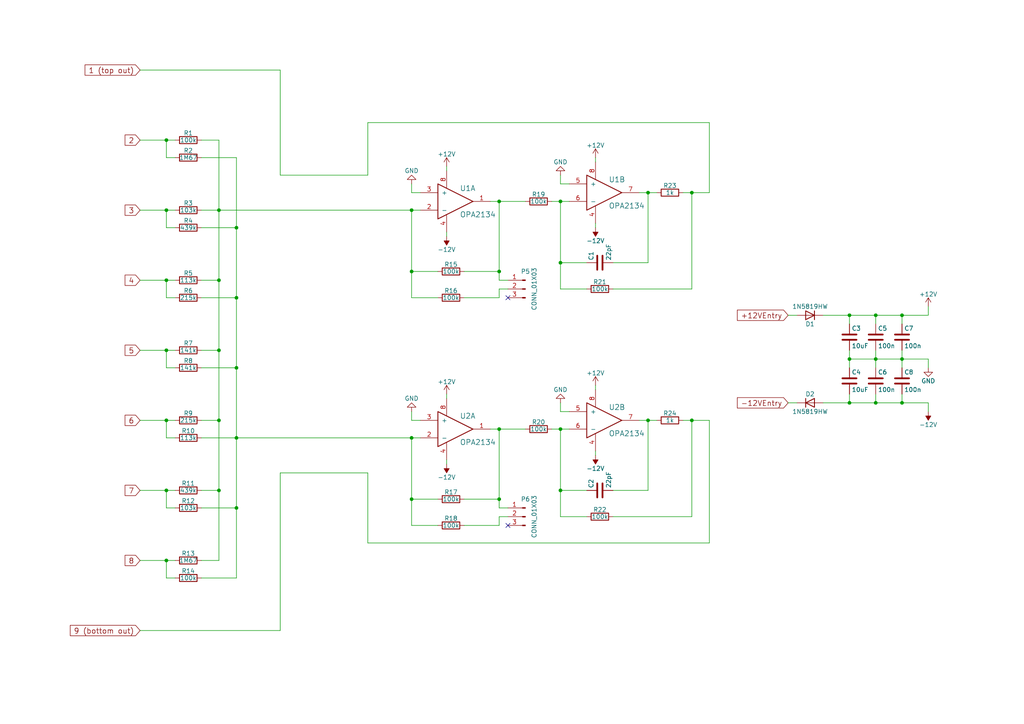
<source format=kicad_sch>
(kicad_sch
	(version 20231120)
	(generator "eeschema")
	(generator_version "8.0")
	(uuid "e05c573a-1247-4a24-ae90-9eb6ecdb29c5")
	(paper "A4")
	(lib_symbols
		(symbol "Device:C"
			(pin_numbers hide)
			(pin_names
				(offset 0.254)
			)
			(exclude_from_sim no)
			(in_bom yes)
			(on_board yes)
			(property "Reference" "C"
				(at 0.635 2.54 0)
				(effects
					(font
						(size 1.27 1.27)
					)
					(justify left)
				)
			)
			(property "Value" "C"
				(at 0.635 -2.54 0)
				(effects
					(font
						(size 1.27 1.27)
					)
					(justify left)
				)
			)
			(property "Footprint" ""
				(at 0.9652 -3.81 0)
				(effects
					(font
						(size 1.27 1.27)
					)
					(hide yes)
				)
			)
			(property "Datasheet" "~"
				(at 0 0 0)
				(effects
					(font
						(size 1.27 1.27)
					)
					(hide yes)
				)
			)
			(property "Description" "Unpolarized capacitor"
				(at 0 0 0)
				(effects
					(font
						(size 1.27 1.27)
					)
					(hide yes)
				)
			)
			(property "ki_keywords" "cap capacitor"
				(at 0 0 0)
				(effects
					(font
						(size 1.27 1.27)
					)
					(hide yes)
				)
			)
			(property "ki_fp_filters" "C_*"
				(at 0 0 0)
				(effects
					(font
						(size 1.27 1.27)
					)
					(hide yes)
				)
			)
			(symbol "C_0_1"
				(polyline
					(pts
						(xy -2.032 -0.762) (xy 2.032 -0.762)
					)
					(stroke
						(width 0.508)
						(type default)
					)
					(fill
						(type none)
					)
				)
				(polyline
					(pts
						(xy -2.032 0.762) (xy 2.032 0.762)
					)
					(stroke
						(width 0.508)
						(type default)
					)
					(fill
						(type none)
					)
				)
			)
			(symbol "C_1_1"
				(pin passive line
					(at 0 3.81 270)
					(length 2.794)
					(name "~"
						(effects
							(font
								(size 1.27 1.27)
							)
						)
					)
					(number "1"
						(effects
							(font
								(size 1.27 1.27)
							)
						)
					)
				)
				(pin passive line
					(at 0 -3.81 90)
					(length 2.794)
					(name "~"
						(effects
							(font
								(size 1.27 1.27)
							)
						)
					)
					(number "2"
						(effects
							(font
								(size 1.27 1.27)
							)
						)
					)
				)
			)
		)
		(symbol "Device:D"
			(pin_numbers hide)
			(pin_names
				(offset 1.016) hide)
			(exclude_from_sim no)
			(in_bom yes)
			(on_board yes)
			(property "Reference" "D"
				(at 0 2.54 0)
				(effects
					(font
						(size 1.27 1.27)
					)
				)
			)
			(property "Value" "D"
				(at 0 -2.54 0)
				(effects
					(font
						(size 1.27 1.27)
					)
				)
			)
			(property "Footprint" ""
				(at 0 0 0)
				(effects
					(font
						(size 1.27 1.27)
					)
					(hide yes)
				)
			)
			(property "Datasheet" "~"
				(at 0 0 0)
				(effects
					(font
						(size 1.27 1.27)
					)
					(hide yes)
				)
			)
			(property "Description" "Diode"
				(at 0 0 0)
				(effects
					(font
						(size 1.27 1.27)
					)
					(hide yes)
				)
			)
			(property "Sim.Device" "D"
				(at 0 0 0)
				(effects
					(font
						(size 1.27 1.27)
					)
					(hide yes)
				)
			)
			(property "Sim.Pins" "1=K 2=A"
				(at 0 0 0)
				(effects
					(font
						(size 1.27 1.27)
					)
					(hide yes)
				)
			)
			(property "ki_keywords" "diode"
				(at 0 0 0)
				(effects
					(font
						(size 1.27 1.27)
					)
					(hide yes)
				)
			)
			(property "ki_fp_filters" "TO-???* *_Diode_* *SingleDiode* D_*"
				(at 0 0 0)
				(effects
					(font
						(size 1.27 1.27)
					)
					(hide yes)
				)
			)
			(symbol "D_0_1"
				(polyline
					(pts
						(xy -1.27 1.27) (xy -1.27 -1.27)
					)
					(stroke
						(width 0.254)
						(type default)
					)
					(fill
						(type none)
					)
				)
				(polyline
					(pts
						(xy 1.27 0) (xy -1.27 0)
					)
					(stroke
						(width 0)
						(type default)
					)
					(fill
						(type none)
					)
				)
				(polyline
					(pts
						(xy 1.27 1.27) (xy 1.27 -1.27) (xy -1.27 0) (xy 1.27 1.27)
					)
					(stroke
						(width 0.254)
						(type default)
					)
					(fill
						(type none)
					)
				)
			)
			(symbol "D_1_1"
				(pin passive line
					(at -3.81 0 0)
					(length 2.54)
					(name "K"
						(effects
							(font
								(size 1.27 1.27)
							)
						)
					)
					(number "1"
						(effects
							(font
								(size 1.27 1.27)
							)
						)
					)
				)
				(pin passive line
					(at 3.81 0 180)
					(length 2.54)
					(name "A"
						(effects
							(font
								(size 1.27 1.27)
							)
						)
					)
					(number "2"
						(effects
							(font
								(size 1.27 1.27)
							)
						)
					)
				)
			)
		)
		(symbol "Device:R"
			(pin_numbers hide)
			(pin_names
				(offset 0)
			)
			(exclude_from_sim no)
			(in_bom yes)
			(on_board yes)
			(property "Reference" "R"
				(at 2.032 0 90)
				(effects
					(font
						(size 1.27 1.27)
					)
				)
			)
			(property "Value" "R"
				(at 0 0 90)
				(effects
					(font
						(size 1.27 1.27)
					)
				)
			)
			(property "Footprint" ""
				(at -1.778 0 90)
				(effects
					(font
						(size 1.27 1.27)
					)
					(hide yes)
				)
			)
			(property "Datasheet" "~"
				(at 0 0 0)
				(effects
					(font
						(size 1.27 1.27)
					)
					(hide yes)
				)
			)
			(property "Description" "Resistor"
				(at 0 0 0)
				(effects
					(font
						(size 1.27 1.27)
					)
					(hide yes)
				)
			)
			(property "ki_keywords" "R res resistor"
				(at 0 0 0)
				(effects
					(font
						(size 1.27 1.27)
					)
					(hide yes)
				)
			)
			(property "ki_fp_filters" "R_*"
				(at 0 0 0)
				(effects
					(font
						(size 1.27 1.27)
					)
					(hide yes)
				)
			)
			(symbol "R_0_1"
				(rectangle
					(start -1.016 -2.54)
					(end 1.016 2.54)
					(stroke
						(width 0.254)
						(type default)
					)
					(fill
						(type none)
					)
				)
			)
			(symbol "R_1_1"
				(pin passive line
					(at 0 3.81 270)
					(length 1.27)
					(name "~"
						(effects
							(font
								(size 1.27 1.27)
							)
						)
					)
					(number "1"
						(effects
							(font
								(size 1.27 1.27)
							)
						)
					)
				)
				(pin passive line
					(at 0 -3.81 90)
					(length 1.27)
					(name "~"
						(effects
							(font
								(size 1.27 1.27)
							)
						)
					)
					(number "2"
						(effects
							(font
								(size 1.27 1.27)
							)
						)
					)
				)
			)
		)
		(symbol "lme49720:LME49720"
			(pin_names
				(offset 1.016)
			)
			(exclude_from_sim no)
			(in_bom yes)
			(on_board yes)
			(property "Reference" "U"
				(at 3.81 3.81 0)
				(effects
					(font
						(size 1.524 1.524)
					)
					(justify left)
				)
			)
			(property "Value" "LME49720"
				(at 3.81 -3.81 0)
				(effects
					(font
						(size 1.524 1.524)
					)
					(justify left)
				)
			)
			(property "Footprint" ""
				(at 0 0 0)
				(effects
					(font
						(size 1.524 1.524)
					)
					(hide yes)
				)
			)
			(property "Datasheet" ""
				(at 0 0 0)
				(effects
					(font
						(size 1.524 1.524)
					)
					(hide yes)
				)
			)
			(property "Description" ""
				(at 0 0 0)
				(effects
					(font
						(size 1.27 1.27)
					)
					(hide yes)
				)
			)
			(symbol "LME49720_0_1"
				(polyline
					(pts
						(xy 7.62 0) (xy -2.54 -5.08) (xy -2.54 5.08) (xy 7.62 0)
					)
					(stroke
						(width 0.254)
						(type solid)
					)
					(fill
						(type none)
					)
				)
				(pin power_in line
					(at 0 -8.89 90)
					(length 5.08)
					(name "~"
						(effects
							(font
								(size 1.27 1.27)
							)
						)
					)
					(number "4"
						(effects
							(font
								(size 1.27 1.27)
							)
						)
					)
				)
				(pin power_in line
					(at 0 8.89 270)
					(length 5.08)
					(name "~"
						(effects
							(font
								(size 1.27 1.27)
							)
						)
					)
					(number "8"
						(effects
							(font
								(size 1.27 1.27)
							)
						)
					)
				)
			)
			(symbol "LME49720_1_1"
				(pin output line
					(at 12.7 0 180)
					(length 5.08)
					(name "~"
						(effects
							(font
								(size 1.27 1.27)
							)
						)
					)
					(number "1"
						(effects
							(font
								(size 1.27 1.27)
							)
						)
					)
				)
				(pin input line
					(at -7.62 -2.54 0)
					(length 5.08)
					(name "-"
						(effects
							(font
								(size 1.27 1.27)
							)
						)
					)
					(number "2"
						(effects
							(font
								(size 1.27 1.27)
							)
						)
					)
				)
				(pin input line
					(at -7.62 2.54 0)
					(length 5.08)
					(name "+"
						(effects
							(font
								(size 1.27 1.27)
							)
						)
					)
					(number "3"
						(effects
							(font
								(size 1.27 1.27)
							)
						)
					)
				)
			)
			(symbol "LME49720_2_1"
				(pin input line
					(at -7.62 2.54 0)
					(length 5.08)
					(name "+"
						(effects
							(font
								(size 1.27 1.27)
							)
						)
					)
					(number "5"
						(effects
							(font
								(size 1.27 1.27)
							)
						)
					)
				)
				(pin input line
					(at -7.62 -2.54 0)
					(length 5.08)
					(name "-"
						(effects
							(font
								(size 1.27 1.27)
							)
						)
					)
					(number "6"
						(effects
							(font
								(size 1.27 1.27)
							)
						)
					)
				)
				(pin output line
					(at 12.7 0 180)
					(length 5.08)
					(name "~"
						(effects
							(font
								(size 1.27 1.27)
							)
						)
					)
					(number "7"
						(effects
							(font
								(size 1.27 1.27)
							)
						)
					)
				)
			)
		)
		(symbol "nearness-rescue:+12V-power"
			(power)
			(pin_names
				(offset 0)
			)
			(exclude_from_sim no)
			(in_bom yes)
			(on_board yes)
			(property "Reference" "#PWR"
				(at 0 -3.81 0)
				(effects
					(font
						(size 1.27 1.27)
					)
					(hide yes)
				)
			)
			(property "Value" "power_+12V"
				(at 0 3.556 0)
				(effects
					(font
						(size 1.27 1.27)
					)
				)
			)
			(property "Footprint" ""
				(at 0 0 0)
				(effects
					(font
						(size 1.27 1.27)
					)
					(hide yes)
				)
			)
			(property "Datasheet" ""
				(at 0 0 0)
				(effects
					(font
						(size 1.27 1.27)
					)
					(hide yes)
				)
			)
			(property "Description" ""
				(at 0 0 0)
				(effects
					(font
						(size 1.27 1.27)
					)
					(hide yes)
				)
			)
			(symbol "+12V-power_0_1"
				(polyline
					(pts
						(xy -0.762 1.27) (xy 0 2.54)
					)
					(stroke
						(width 0)
						(type solid)
					)
					(fill
						(type none)
					)
				)
				(polyline
					(pts
						(xy 0 0) (xy 0 2.54)
					)
					(stroke
						(width 0)
						(type solid)
					)
					(fill
						(type none)
					)
				)
				(polyline
					(pts
						(xy 0 2.54) (xy 0.762 1.27)
					)
					(stroke
						(width 0)
						(type solid)
					)
					(fill
						(type none)
					)
				)
			)
			(symbol "+12V-power_1_1"
				(pin power_in line
					(at 0 0 90)
					(length 0) hide
					(name "+12V"
						(effects
							(font
								(size 1.27 1.27)
							)
						)
					)
					(number "1"
						(effects
							(font
								(size 1.27 1.27)
							)
						)
					)
				)
			)
		)
		(symbol "nearness-rescue:-12V-power"
			(power)
			(pin_names
				(offset 0)
			)
			(exclude_from_sim no)
			(in_bom yes)
			(on_board yes)
			(property "Reference" "#PWR"
				(at 0 2.54 0)
				(effects
					(font
						(size 1.27 1.27)
					)
					(hide yes)
				)
			)
			(property "Value" "power_-12V"
				(at 0 3.81 0)
				(effects
					(font
						(size 1.27 1.27)
					)
				)
			)
			(property "Footprint" ""
				(at 0 0 0)
				(effects
					(font
						(size 1.27 1.27)
					)
					(hide yes)
				)
			)
			(property "Datasheet" ""
				(at 0 0 0)
				(effects
					(font
						(size 1.27 1.27)
					)
					(hide yes)
				)
			)
			(property "Description" ""
				(at 0 0 0)
				(effects
					(font
						(size 1.27 1.27)
					)
					(hide yes)
				)
			)
			(symbol "-12V-power_0_0"
				(pin power_in line
					(at 0 0 90)
					(length 0) hide
					(name "-12V"
						(effects
							(font
								(size 1.27 1.27)
							)
						)
					)
					(number "1"
						(effects
							(font
								(size 1.27 1.27)
							)
						)
					)
				)
			)
			(symbol "-12V-power_0_1"
				(polyline
					(pts
						(xy 0 0) (xy 0 1.27) (xy 0.762 1.27) (xy 0 2.54) (xy -0.762 1.27) (xy 0 1.27)
					)
					(stroke
						(width 0)
						(type solid)
					)
					(fill
						(type outline)
					)
				)
			)
		)
		(symbol "nearness-rescue:Conn_01x03_Male-Connector"
			(pin_names
				(offset 1.016) hide)
			(exclude_from_sim no)
			(in_bom yes)
			(on_board yes)
			(property "Reference" "J"
				(at 0 5.08 0)
				(effects
					(font
						(size 1.27 1.27)
					)
				)
			)
			(property "Value" "Connector_Conn_01x03_Male"
				(at 0 -5.08 0)
				(effects
					(font
						(size 1.27 1.27)
					)
				)
			)
			(property "Footprint" ""
				(at 0 0 0)
				(effects
					(font
						(size 1.27 1.27)
					)
					(hide yes)
				)
			)
			(property "Datasheet" ""
				(at 0 0 0)
				(effects
					(font
						(size 1.27 1.27)
					)
					(hide yes)
				)
			)
			(property "Description" ""
				(at 0 0 0)
				(effects
					(font
						(size 1.27 1.27)
					)
					(hide yes)
				)
			)
			(property "ki_fp_filters" "Connector*:*_1x??_*"
				(at 0 0 0)
				(effects
					(font
						(size 1.27 1.27)
					)
					(hide yes)
				)
			)
			(symbol "Conn_01x03_Male-Connector_1_1"
				(polyline
					(pts
						(xy 1.27 -2.54) (xy 0.8636 -2.54)
					)
					(stroke
						(width 0.1524)
						(type solid)
					)
					(fill
						(type none)
					)
				)
				(polyline
					(pts
						(xy 1.27 0) (xy 0.8636 0)
					)
					(stroke
						(width 0.1524)
						(type solid)
					)
					(fill
						(type none)
					)
				)
				(polyline
					(pts
						(xy 1.27 2.54) (xy 0.8636 2.54)
					)
					(stroke
						(width 0.1524)
						(type solid)
					)
					(fill
						(type none)
					)
				)
				(rectangle
					(start 0.8636 -2.413)
					(end 0 -2.667)
					(stroke
						(width 0.1524)
						(type solid)
					)
					(fill
						(type outline)
					)
				)
				(rectangle
					(start 0.8636 0.127)
					(end 0 -0.127)
					(stroke
						(width 0.1524)
						(type solid)
					)
					(fill
						(type outline)
					)
				)
				(rectangle
					(start 0.8636 2.667)
					(end 0 2.413)
					(stroke
						(width 0.1524)
						(type solid)
					)
					(fill
						(type outline)
					)
				)
				(pin passive line
					(at 5.08 2.54 180)
					(length 3.81)
					(name "Pin_1"
						(effects
							(font
								(size 1.27 1.27)
							)
						)
					)
					(number "1"
						(effects
							(font
								(size 1.27 1.27)
							)
						)
					)
				)
				(pin passive line
					(at 5.08 0 180)
					(length 3.81)
					(name "Pin_2"
						(effects
							(font
								(size 1.27 1.27)
							)
						)
					)
					(number "2"
						(effects
							(font
								(size 1.27 1.27)
							)
						)
					)
				)
				(pin passive line
					(at 5.08 -2.54 180)
					(length 3.81)
					(name "Pin_3"
						(effects
							(font
								(size 1.27 1.27)
							)
						)
					)
					(number "3"
						(effects
							(font
								(size 1.27 1.27)
							)
						)
					)
				)
			)
		)
		(symbol "nearness-rescue:GND-power"
			(power)
			(pin_names
				(offset 0)
			)
			(exclude_from_sim no)
			(in_bom yes)
			(on_board yes)
			(property "Reference" "#PWR"
				(at 0 -6.35 0)
				(effects
					(font
						(size 1.27 1.27)
					)
					(hide yes)
				)
			)
			(property "Value" "power_GND"
				(at 0 -3.81 0)
				(effects
					(font
						(size 1.27 1.27)
					)
				)
			)
			(property "Footprint" ""
				(at 0 0 0)
				(effects
					(font
						(size 1.27 1.27)
					)
					(hide yes)
				)
			)
			(property "Datasheet" ""
				(at 0 0 0)
				(effects
					(font
						(size 1.27 1.27)
					)
					(hide yes)
				)
			)
			(property "Description" ""
				(at 0 0 0)
				(effects
					(font
						(size 1.27 1.27)
					)
					(hide yes)
				)
			)
			(symbol "GND-power_0_1"
				(polyline
					(pts
						(xy 0 0) (xy 0 -1.27) (xy 1.27 -1.27) (xy 0 -2.54) (xy -1.27 -1.27) (xy 0 -1.27)
					)
					(stroke
						(width 0)
						(type solid)
					)
					(fill
						(type none)
					)
				)
			)
			(symbol "GND-power_1_1"
				(pin power_in line
					(at 0 0 270)
					(length 0) hide
					(name "GND"
						(effects
							(font
								(size 1.27 1.27)
							)
						)
					)
					(number "1"
						(effects
							(font
								(size 1.27 1.27)
							)
						)
					)
				)
			)
		)
	)
	(junction
		(at 144.78 144.78)
		(diameter 0)
		(color 0 0 0 0)
		(uuid "0c3965cc-4a2d-4094-aea8-d75482c5561f")
	)
	(junction
		(at 63.5 121.92)
		(diameter 0)
		(color 0 0 0 0)
		(uuid "0e20b1df-7cc3-4639-a80d-ff3889e839d9")
	)
	(junction
		(at 119.38 144.78)
		(diameter 0)
		(color 0 0 0 0)
		(uuid "0fa584e7-436a-48b4-ba9c-23e695b5705f")
	)
	(junction
		(at 63.5 81.28)
		(diameter 0)
		(color 0 0 0 0)
		(uuid "203b72d9-78ae-4012-8c93-9a21f33e28dd")
	)
	(junction
		(at 254 116.84)
		(diameter 0)
		(color 0 0 0 0)
		(uuid "23593bd3-bab7-450a-b23f-db17916d369e")
	)
	(junction
		(at 144.78 78.74)
		(diameter 0)
		(color 0 0 0 0)
		(uuid "25391fc8-b64d-44ef-9ee0-1bed6eb39c7e")
	)
	(junction
		(at 261.62 104.14)
		(diameter 0)
		(color 0 0 0 0)
		(uuid "267f2ba5-ee5a-4dc8-882c-a6fc4d9c1845")
	)
	(junction
		(at 246.38 104.14)
		(diameter 0)
		(color 0 0 0 0)
		(uuid "2e459700-d6d5-41bb-9c41-d4e2b964414b")
	)
	(junction
		(at 162.56 142.24)
		(diameter 0)
		(color 0 0 0 0)
		(uuid "3356c1a4-5d5f-41b8-bb82-0643abf64e78")
	)
	(junction
		(at 68.58 147.32)
		(diameter 0)
		(color 0 0 0 0)
		(uuid "35f548e4-05b7-416b-b6dc-25ff7f54619b")
	)
	(junction
		(at 68.58 127)
		(diameter 0)
		(color 0 0 0 0)
		(uuid "365ebc7d-9319-4a1d-b30f-9dbae7c45162")
	)
	(junction
		(at 187.96 121.92)
		(diameter 0)
		(color 0 0 0 0)
		(uuid "37f02625-a4b5-428f-baed-706f94d8ecce")
	)
	(junction
		(at 68.58 106.68)
		(diameter 0)
		(color 0 0 0 0)
		(uuid "495b93ec-9a95-4b4e-8f03-9c572625886c")
	)
	(junction
		(at 119.38 60.96)
		(diameter 0)
		(color 0 0 0 0)
		(uuid "4c8b68b6-73d3-4f5d-b1da-bc9055d0bdb9")
	)
	(junction
		(at 48.26 81.28)
		(diameter 0)
		(color 0 0 0 0)
		(uuid "534cbc3b-61aa-43f1-8239-a884a2e43f05")
	)
	(junction
		(at 48.26 40.64)
		(diameter 0)
		(color 0 0 0 0)
		(uuid "549678ec-5c66-4398-9414-5e0064652e6a")
	)
	(junction
		(at 63.5 142.24)
		(diameter 0)
		(color 0 0 0 0)
		(uuid "5c8238b9-f158-4c30-b3a0-11eeb3969391")
	)
	(junction
		(at 144.78 124.46)
		(diameter 0)
		(color 0 0 0 0)
		(uuid "5f2d105c-965e-4b17-a82c-d6729489af60")
	)
	(junction
		(at 48.26 142.24)
		(diameter 0)
		(color 0 0 0 0)
		(uuid "6c2782c8-bf2f-4c19-bacf-c8e1cb7a2ab6")
	)
	(junction
		(at 162.56 124.46)
		(diameter 0)
		(color 0 0 0 0)
		(uuid "6f369099-19cf-4df7-a735-065904ec24d4")
	)
	(junction
		(at 68.58 66.04)
		(diameter 0)
		(color 0 0 0 0)
		(uuid "70457805-0952-4a04-a6c5-caf609bba955")
	)
	(junction
		(at 162.56 58.42)
		(diameter 0)
		(color 0 0 0 0)
		(uuid "7462f6c2-4c9d-4186-b89d-ea5cfe940537")
	)
	(junction
		(at 119.38 127)
		(diameter 0)
		(color 0 0 0 0)
		(uuid "7ea61c48-750a-41c6-83f2-344edae7709e")
	)
	(junction
		(at 48.26 60.96)
		(diameter 0)
		(color 0 0 0 0)
		(uuid "861d2a80-f545-406b-9178-1cd4900ba6f5")
	)
	(junction
		(at 119.38 78.74)
		(diameter 0)
		(color 0 0 0 0)
		(uuid "8633f2a3-d507-4db3-808d-b3f4d9ac6234")
	)
	(junction
		(at 254 91.44)
		(diameter 0)
		(color 0 0 0 0)
		(uuid "89937dbd-a542-4919-898f-2c24c585573e")
	)
	(junction
		(at 200.66 55.88)
		(diameter 0)
		(color 0 0 0 0)
		(uuid "8b0ce698-c2b8-4efc-8c4c-fc02cfb00a61")
	)
	(junction
		(at 200.66 121.92)
		(diameter 0)
		(color 0 0 0 0)
		(uuid "91efd333-e041-411d-911c-d2eb7b48067f")
	)
	(junction
		(at 63.5 101.6)
		(diameter 0)
		(color 0 0 0 0)
		(uuid "9b2230c7-88cf-45a5-a892-c62d2a04d78f")
	)
	(junction
		(at 48.26 121.92)
		(diameter 0)
		(color 0 0 0 0)
		(uuid "9ff64914-624f-41cc-869a-f05389f8a945")
	)
	(junction
		(at 187.96 55.88)
		(diameter 0)
		(color 0 0 0 0)
		(uuid "a99db516-c4fd-4e76-962e-8c9004862813")
	)
	(junction
		(at 144.78 58.42)
		(diameter 0)
		(color 0 0 0 0)
		(uuid "c02afe7f-3cb8-4701-add3-d35be6a71b51")
	)
	(junction
		(at 68.58 86.36)
		(diameter 0)
		(color 0 0 0 0)
		(uuid "c32dd17b-0760-4582-84ef-fe683b963f7c")
	)
	(junction
		(at 246.38 116.84)
		(diameter 0)
		(color 0 0 0 0)
		(uuid "cff6db89-ab73-4212-8d27-060875fada1a")
	)
	(junction
		(at 254 104.14)
		(diameter 0)
		(color 0 0 0 0)
		(uuid "d22a97b0-45ed-4aed-807d-8c97035f13f2")
	)
	(junction
		(at 162.56 76.2)
		(diameter 0)
		(color 0 0 0 0)
		(uuid "def8afcc-3267-428e-9fb9-570164fdea4e")
	)
	(junction
		(at 48.26 101.6)
		(diameter 0)
		(color 0 0 0 0)
		(uuid "e08b3d4e-517a-4aba-92ff-c97f27e57c4b")
	)
	(junction
		(at 246.38 91.44)
		(diameter 0)
		(color 0 0 0 0)
		(uuid "e3337ae2-b4cc-4831-971f-59a64fadb680")
	)
	(junction
		(at 261.62 91.44)
		(diameter 0)
		(color 0 0 0 0)
		(uuid "e927df18-f128-49c1-a614-7e874eb9e908")
	)
	(junction
		(at 261.62 116.84)
		(diameter 0)
		(color 0 0 0 0)
		(uuid "faaf3547-3822-4183-917d-5d0f44164f58")
	)
	(junction
		(at 48.26 162.56)
		(diameter 0)
		(color 0 0 0 0)
		(uuid "fad70039-0c4a-4640-b008-abd7fc581862")
	)
	(junction
		(at 63.5 60.96)
		(diameter 0)
		(color 0 0 0 0)
		(uuid "fe83720d-f38b-4854-8081-f1eb0071abe7")
	)
	(no_connect
		(at 147.32 152.4)
		(uuid "6033dc9e-8266-44b4-95ed-8754d333e926")
	)
	(no_connect
		(at 147.32 86.36)
		(uuid "90864ce2-70e9-4d0f-8648-88ca3ca32df0")
	)
	(wire
		(pts
			(xy 261.62 104.14) (xy 261.62 106.68)
		)
		(stroke
			(width 0)
			(type default)
		)
		(uuid "012852aa-ffe1-4a47-baef-25da0c2bbf3d")
	)
	(wire
		(pts
			(xy 81.28 20.32) (xy 40.64 20.32)
		)
		(stroke
			(width 0)
			(type default)
		)
		(uuid "01443924-e54e-49b0-812d-151a79f9f84e")
	)
	(wire
		(pts
			(xy 129.54 67.31) (xy 129.54 68.58)
		)
		(stroke
			(width 0)
			(type default)
		)
		(uuid "04720fbb-569c-4a49-9485-871865e38427")
	)
	(wire
		(pts
			(xy 50.8 106.68) (xy 48.26 106.68)
		)
		(stroke
			(width 0)
			(type default)
		)
		(uuid "08735567-78e0-4094-810e-73f77c79fa0c")
	)
	(wire
		(pts
			(xy 185.42 121.92) (xy 187.96 121.92)
		)
		(stroke
			(width 0)
			(type default)
		)
		(uuid "09a72a2a-e6cf-46c8-a89e-a358711cab1c")
	)
	(wire
		(pts
			(xy 261.62 104.14) (xy 269.24 104.14)
		)
		(stroke
			(width 0)
			(type default)
		)
		(uuid "09d4dec6-6323-4443-8b23-6d5161565e4f")
	)
	(wire
		(pts
			(xy 106.68 35.56) (xy 106.68 50.8)
		)
		(stroke
			(width 0)
			(type default)
		)
		(uuid "09f7f60b-18c5-4710-8939-e203dac3378b")
	)
	(wire
		(pts
			(xy 48.26 45.72) (xy 48.26 40.64)
		)
		(stroke
			(width 0)
			(type default)
		)
		(uuid "09ffabd2-e24e-4f3f-b57d-c79536557b0b")
	)
	(wire
		(pts
			(xy 81.28 137.16) (xy 106.68 137.16)
		)
		(stroke
			(width 0)
			(type default)
		)
		(uuid "0a7bc157-d7ee-40c7-bb9d-2edea3c3aa0e")
	)
	(wire
		(pts
			(xy 228.6 116.84) (xy 231.14 116.84)
		)
		(stroke
			(width 0)
			(type default)
		)
		(uuid "0c602279-3601-480b-8d12-1e643d66c0c4")
	)
	(wire
		(pts
			(xy 58.42 66.04) (xy 68.58 66.04)
		)
		(stroke
			(width 0)
			(type default)
		)
		(uuid "0cf41802-11b3-4f1b-a470-389416d81325")
	)
	(wire
		(pts
			(xy 246.38 104.14) (xy 254 104.14)
		)
		(stroke
			(width 0)
			(type default)
		)
		(uuid "0e1934bc-2e95-4b63-8bc3-90bfc75b485e")
	)
	(wire
		(pts
			(xy 205.74 35.56) (xy 106.68 35.56)
		)
		(stroke
			(width 0)
			(type default)
		)
		(uuid "0eb940d9-cb3e-4f23-a798-89f193ac5555")
	)
	(wire
		(pts
			(xy 58.42 60.96) (xy 63.5 60.96)
		)
		(stroke
			(width 0)
			(type default)
		)
		(uuid "106a710e-b448-4f36-84e5-95f7d9847b21")
	)
	(wire
		(pts
			(xy 170.18 142.24) (xy 162.56 142.24)
		)
		(stroke
			(width 0)
			(type default)
		)
		(uuid "11a17c04-5c42-4871-8c79-8d32b9566bb7")
	)
	(wire
		(pts
			(xy 119.38 53.34) (xy 119.38 55.88)
		)
		(stroke
			(width 0)
			(type default)
		)
		(uuid "12bbda3b-6fa0-4a3b-9055-a414a395bf08")
	)
	(wire
		(pts
			(xy 228.6 91.44) (xy 231.14 91.44)
		)
		(stroke
			(width 0)
			(type default)
		)
		(uuid "13747ace-8e2d-4cf3-8532-29e2ccb8b838")
	)
	(wire
		(pts
			(xy 160.02 58.42) (xy 162.56 58.42)
		)
		(stroke
			(width 0)
			(type default)
		)
		(uuid "13b689ba-06fd-498d-a0c7-1ad354eed2fa")
	)
	(wire
		(pts
			(xy 68.58 66.04) (xy 68.58 86.36)
		)
		(stroke
			(width 0)
			(type default)
		)
		(uuid "14109f8b-0eec-4026-aaa4-01ad1c38ed1b")
	)
	(wire
		(pts
			(xy 200.66 55.88) (xy 205.74 55.88)
		)
		(stroke
			(width 0)
			(type default)
		)
		(uuid "14a1c6e2-7c70-4f98-8c17-e505bd29bf85")
	)
	(wire
		(pts
			(xy 48.26 40.64) (xy 50.8 40.64)
		)
		(stroke
			(width 0)
			(type default)
		)
		(uuid "16268da5-b4ab-4d74-9ccc-7749c4f5aa50")
	)
	(wire
		(pts
			(xy 63.5 40.64) (xy 63.5 60.96)
		)
		(stroke
			(width 0)
			(type default)
		)
		(uuid "16af28c5-9dca-4934-a12a-006fcc7bc4fa")
	)
	(wire
		(pts
			(xy 198.12 55.88) (xy 200.66 55.88)
		)
		(stroke
			(width 0)
			(type default)
		)
		(uuid "178ce802-bd75-498d-b2b8-ecccc22b54d7")
	)
	(wire
		(pts
			(xy 50.8 147.32) (xy 48.26 147.32)
		)
		(stroke
			(width 0)
			(type default)
		)
		(uuid "1a496678-e846-493a-8ee9-4ea45a635130")
	)
	(wire
		(pts
			(xy 269.24 104.14) (xy 269.24 106.68)
		)
		(stroke
			(width 0)
			(type default)
		)
		(uuid "1d3d698a-ccdd-4043-9268-3a405633b8a4")
	)
	(wire
		(pts
			(xy 144.78 124.46) (xy 144.78 144.78)
		)
		(stroke
			(width 0)
			(type default)
		)
		(uuid "1d67213a-886a-4554-ba12-1a27a63bdac3")
	)
	(wire
		(pts
			(xy 170.18 76.2) (xy 162.56 76.2)
		)
		(stroke
			(width 0)
			(type default)
		)
		(uuid "20236aa8-0b29-4a2d-8fff-dcd44afef630")
	)
	(wire
		(pts
			(xy 261.62 91.44) (xy 261.62 93.98)
		)
		(stroke
			(width 0)
			(type default)
		)
		(uuid "246231c6-706b-4de2-9cf0-06060b2546a7")
	)
	(wire
		(pts
			(xy 40.64 121.92) (xy 48.26 121.92)
		)
		(stroke
			(width 0)
			(type default)
		)
		(uuid "25c532ce-5381-422e-8604-961c76512908")
	)
	(wire
		(pts
			(xy 142.24 58.42) (xy 144.78 58.42)
		)
		(stroke
			(width 0)
			(type default)
		)
		(uuid "25fbdb82-8e71-4f6b-8e01-5ab5c76dc9bf")
	)
	(wire
		(pts
			(xy 254 91.44) (xy 254 93.98)
		)
		(stroke
			(width 0)
			(type default)
		)
		(uuid "263968ea-0d73-4db9-8f50-64306b41fc74")
	)
	(wire
		(pts
			(xy 63.5 81.28) (xy 63.5 101.6)
		)
		(stroke
			(width 0)
			(type default)
		)
		(uuid "2772d2d2-99cd-40f6-9b1f-e8d8b1e8b3bc")
	)
	(wire
		(pts
			(xy 172.72 64.77) (xy 172.72 66.04)
		)
		(stroke
			(width 0)
			(type default)
		)
		(uuid "28188469-b496-481a-b7de-374b59fca599")
	)
	(wire
		(pts
			(xy 142.24 124.46) (xy 144.78 124.46)
		)
		(stroke
			(width 0)
			(type default)
		)
		(uuid "292044ec-98f9-45a8-a6a3-72b514a78986")
	)
	(wire
		(pts
			(xy 162.56 116.84) (xy 162.56 119.38)
		)
		(stroke
			(width 0)
			(type default)
		)
		(uuid "2a0f7ca2-1f5d-4270-ab2c-cc59620edf05")
	)
	(wire
		(pts
			(xy 63.5 60.96) (xy 63.5 81.28)
		)
		(stroke
			(width 0)
			(type default)
		)
		(uuid "2a3df87c-edf8-4e3d-a365-73fc38d76d4b")
	)
	(wire
		(pts
			(xy 261.62 116.84) (xy 269.24 116.84)
		)
		(stroke
			(width 0)
			(type default)
		)
		(uuid "2a5df0d6-a603-4a65-8f9f-2427dfdc7c75")
	)
	(wire
		(pts
			(xy 187.96 121.92) (xy 190.5 121.92)
		)
		(stroke
			(width 0)
			(type default)
		)
		(uuid "2b027c2e-e73b-4990-8cda-fe54b953ec2e")
	)
	(wire
		(pts
			(xy 68.58 106.68) (xy 68.58 127)
		)
		(stroke
			(width 0)
			(type default)
		)
		(uuid "2c232b1d-a0c9-4ae1-8e54-f1c846080e77")
	)
	(wire
		(pts
			(xy 63.5 40.64) (xy 58.42 40.64)
		)
		(stroke
			(width 0)
			(type default)
		)
		(uuid "2eb2eb71-0bec-4708-a98b-629cfdfcc884")
	)
	(wire
		(pts
			(xy 48.26 106.68) (xy 48.26 101.6)
		)
		(stroke
			(width 0)
			(type default)
		)
		(uuid "306d5ea6-e4fd-40e8-bf35-ef526fbd4887")
	)
	(wire
		(pts
			(xy 144.78 83.82) (xy 144.78 86.36)
		)
		(stroke
			(width 0)
			(type default)
		)
		(uuid "32080f78-30af-4c63-bfff-5afca63915cb")
	)
	(wire
		(pts
			(xy 246.38 101.6) (xy 246.38 104.14)
		)
		(stroke
			(width 0)
			(type default)
		)
		(uuid "3295a82c-da9f-4d02-b63c-ce7ea822ce9f")
	)
	(wire
		(pts
			(xy 68.58 147.32) (xy 68.58 167.64)
		)
		(stroke
			(width 0)
			(type default)
		)
		(uuid "349ecc90-1b7c-4f6b-a0a4-5ce4879e61e0")
	)
	(wire
		(pts
			(xy 162.56 142.24) (xy 162.56 149.86)
		)
		(stroke
			(width 0)
			(type default)
		)
		(uuid "36661666-ac3f-4d08-a160-4e4393979beb")
	)
	(wire
		(pts
			(xy 162.56 76.2) (xy 162.56 83.82)
		)
		(stroke
			(width 0)
			(type default)
		)
		(uuid "37561d66-b531-40f5-aab8-0ffa967c68e7")
	)
	(wire
		(pts
			(xy 48.26 142.24) (xy 50.8 142.24)
		)
		(stroke
			(width 0)
			(type default)
		)
		(uuid "37859050-0c99-4496-8467-710357db3630")
	)
	(wire
		(pts
			(xy 200.66 121.92) (xy 200.66 149.86)
		)
		(stroke
			(width 0)
			(type default)
		)
		(uuid "37976820-7f2a-4ae8-b2a5-cb53d399b4e3")
	)
	(wire
		(pts
			(xy 205.74 55.88) (xy 205.74 35.56)
		)
		(stroke
			(width 0)
			(type default)
		)
		(uuid "38718d2c-b653-4732-917f-879af03231e7")
	)
	(wire
		(pts
			(xy 246.38 114.3) (xy 246.38 116.84)
		)
		(stroke
			(width 0)
			(type default)
		)
		(uuid "3a992568-d3c6-42c6-9225-3bd54393ef8e")
	)
	(wire
		(pts
			(xy 48.26 121.92) (xy 50.8 121.92)
		)
		(stroke
			(width 0)
			(type default)
		)
		(uuid "3cbdb98b-28f8-42fd-b50a-dec6f508ffb9")
	)
	(wire
		(pts
			(xy 238.76 116.84) (xy 246.38 116.84)
		)
		(stroke
			(width 0)
			(type default)
		)
		(uuid "40f5e65d-8a45-49da-9be4-df17693a8c4c")
	)
	(wire
		(pts
			(xy 48.26 101.6) (xy 50.8 101.6)
		)
		(stroke
			(width 0)
			(type default)
		)
		(uuid "4395a602-4925-4642-8004-4bda76e0ecda")
	)
	(wire
		(pts
			(xy 119.38 152.4) (xy 127 152.4)
		)
		(stroke
			(width 0)
			(type default)
		)
		(uuid "45cc6a8f-f035-492f-8a8a-0d0dd43159cc")
	)
	(wire
		(pts
			(xy 200.66 149.86) (xy 177.8 149.86)
		)
		(stroke
			(width 0)
			(type default)
		)
		(uuid "4688de5b-d016-4bac-8162-718efdef320f")
	)
	(wire
		(pts
			(xy 68.58 167.64) (xy 58.42 167.64)
		)
		(stroke
			(width 0)
			(type default)
		)
		(uuid "4accc775-cedb-4b02-b4e8-2f664567ac50")
	)
	(wire
		(pts
			(xy 63.5 121.92) (xy 63.5 142.24)
		)
		(stroke
			(width 0)
			(type default)
		)
		(uuid "4c915311-f987-48f1-98bd-0c5d20cd1551")
	)
	(wire
		(pts
			(xy 200.66 121.92) (xy 205.74 121.92)
		)
		(stroke
			(width 0)
			(type default)
		)
		(uuid "4caa755b-edc0-442d-b27c-80b9725f7c73")
	)
	(wire
		(pts
			(xy 162.56 119.38) (xy 165.1 119.38)
		)
		(stroke
			(width 0)
			(type default)
		)
		(uuid "4e288445-6def-444e-afee-a2fcd5a5b64f")
	)
	(wire
		(pts
			(xy 50.8 66.04) (xy 48.26 66.04)
		)
		(stroke
			(width 0)
			(type default)
		)
		(uuid "5236ea45-a507-41d9-9690-bb9220584637")
	)
	(wire
		(pts
			(xy 254 114.3) (xy 254 116.84)
		)
		(stroke
			(width 0)
			(type default)
		)
		(uuid "53edcdab-2df2-4be5-b5e2-feb57a47df0b")
	)
	(wire
		(pts
			(xy 119.38 60.96) (xy 119.38 78.74)
		)
		(stroke
			(width 0)
			(type default)
		)
		(uuid "546e3a31-4b49-4119-bbd4-4d76a6c1cb43")
	)
	(wire
		(pts
			(xy 63.5 142.24) (xy 63.5 162.56)
		)
		(stroke
			(width 0)
			(type default)
		)
		(uuid "57386757-60b7-4978-943f-b74ae703ae1b")
	)
	(wire
		(pts
			(xy 63.5 60.96) (xy 119.38 60.96)
		)
		(stroke
			(width 0)
			(type default)
		)
		(uuid "5a73412f-547f-41cb-9352-c0c710e811de")
	)
	(wire
		(pts
			(xy 50.8 45.72) (xy 48.26 45.72)
		)
		(stroke
			(width 0)
			(type default)
		)
		(uuid "5af0bd15-0c93-4bc8-b0fa-a6f10c7e9a87")
	)
	(wire
		(pts
			(xy 68.58 127) (xy 119.38 127)
		)
		(stroke
			(width 0)
			(type default)
		)
		(uuid "5b655fd9-4e11-428f-af77-ce4c245c1c38")
	)
	(wire
		(pts
			(xy 185.42 55.88) (xy 187.96 55.88)
		)
		(stroke
			(width 0)
			(type default)
		)
		(uuid "5be6f795-c644-422b-ba95-3f75ec24c359")
	)
	(wire
		(pts
			(xy 106.68 157.48) (xy 205.74 157.48)
		)
		(stroke
			(width 0)
			(type default)
		)
		(uuid "5c56941a-c87b-498a-bf39-eddf063cd49c")
	)
	(wire
		(pts
			(xy 198.12 121.92) (xy 200.66 121.92)
		)
		(stroke
			(width 0)
			(type default)
		)
		(uuid "5d5fa850-ad2d-4881-88b4-5ec91cdcf25d")
	)
	(wire
		(pts
			(xy 261.62 101.6) (xy 261.62 104.14)
		)
		(stroke
			(width 0)
			(type default)
		)
		(uuid "623f5e0f-8bcb-46f4-bbf3-ee381fc95497")
	)
	(wire
		(pts
			(xy 205.74 157.48) (xy 205.74 121.92)
		)
		(stroke
			(width 0)
			(type default)
		)
		(uuid "6246b026-d49a-479f-acf4-12cb6f2baa1b")
	)
	(wire
		(pts
			(xy 48.26 86.36) (xy 48.26 81.28)
		)
		(stroke
			(width 0)
			(type default)
		)
		(uuid "642bb9b9-a1dc-437b-85b2-e103709fb673")
	)
	(wire
		(pts
			(xy 81.28 50.8) (xy 81.28 20.32)
		)
		(stroke
			(width 0)
			(type default)
		)
		(uuid "6582b701-73f1-4a0b-89e7-881f761c61af")
	)
	(wire
		(pts
			(xy 162.56 50.8) (xy 162.56 53.34)
		)
		(stroke
			(width 0)
			(type default)
		)
		(uuid "684c5161-9c6e-4c9f-9f39-5e8e61acf389")
	)
	(wire
		(pts
			(xy 50.8 167.64) (xy 48.26 167.64)
		)
		(stroke
			(width 0)
			(type default)
		)
		(uuid "6a34af83-7f71-42de-b0a0-32f2390e341f")
	)
	(wire
		(pts
			(xy 129.54 114.3) (xy 129.54 115.57)
		)
		(stroke
			(width 0)
			(type default)
		)
		(uuid "6c4f6b58-df93-4898-9e50-e313e6a56306")
	)
	(wire
		(pts
			(xy 261.62 91.44) (xy 269.24 91.44)
		)
		(stroke
			(width 0)
			(type default)
		)
		(uuid "6d3d7f90-aa6b-4409-bdb0-56cde4644d59")
	)
	(wire
		(pts
			(xy 119.38 127) (xy 119.38 144.78)
		)
		(stroke
			(width 0)
			(type default)
		)
		(uuid "6ed2f7b2-6d83-4e40-b340-2ac909445618")
	)
	(wire
		(pts
			(xy 81.28 137.16) (xy 81.28 182.88)
		)
		(stroke
			(width 0)
			(type default)
		)
		(uuid "6f3cc1f6-84a1-44e8-8c0b-2d3b9528b2c6")
	)
	(wire
		(pts
			(xy 246.38 104.14) (xy 246.38 106.68)
		)
		(stroke
			(width 0)
			(type default)
		)
		(uuid "6fe54734-1d1b-4122-ad8b-176d7260e0bc")
	)
	(wire
		(pts
			(xy 81.28 50.8) (xy 106.68 50.8)
		)
		(stroke
			(width 0)
			(type default)
		)
		(uuid "71bf25de-f307-454c-81bb-db2265b34604")
	)
	(wire
		(pts
			(xy 48.26 167.64) (xy 48.26 162.56)
		)
		(stroke
			(width 0)
			(type default)
		)
		(uuid "7320e375-18a5-4ee5-95ab-6a1c52f84254")
	)
	(wire
		(pts
			(xy 162.56 149.86) (xy 170.18 149.86)
		)
		(stroke
			(width 0)
			(type default)
		)
		(uuid "788e0663-1991-4b4e-95e0-a634daf6604e")
	)
	(wire
		(pts
			(xy 144.78 144.78) (xy 144.78 147.32)
		)
		(stroke
			(width 0)
			(type default)
		)
		(uuid "797427c6-29fa-4f47-a80c-d2e643bfa650")
	)
	(wire
		(pts
			(xy 119.38 78.74) (xy 119.38 86.36)
		)
		(stroke
			(width 0)
			(type default)
		)
		(uuid "7a443e1d-87fe-46b2-88b6-a9be1c8e535b")
	)
	(wire
		(pts
			(xy 144.78 147.32) (xy 147.32 147.32)
		)
		(stroke
			(width 0)
			(type default)
		)
		(uuid "7cee1951-6165-47dd-9018-3b5c07a133ed")
	)
	(wire
		(pts
			(xy 106.68 137.16) (xy 106.68 157.48)
		)
		(stroke
			(width 0)
			(type default)
		)
		(uuid "7d71eb4f-e32c-46fd-857d-643cdc9be23b")
	)
	(wire
		(pts
			(xy 81.28 182.88) (xy 40.64 182.88)
		)
		(stroke
			(width 0)
			(type default)
		)
		(uuid "8013192f-8aaf-460e-b1c1-073003c4f69c")
	)
	(wire
		(pts
			(xy 68.58 127) (xy 68.58 147.32)
		)
		(stroke
			(width 0)
			(type default)
		)
		(uuid "8129524e-8d6d-439e-bcfe-fab9019ae89f")
	)
	(wire
		(pts
			(xy 119.38 119.38) (xy 119.38 121.92)
		)
		(stroke
			(width 0)
			(type default)
		)
		(uuid "81eb75b2-f0f4-4288-8a3a-b1da52b4b198")
	)
	(wire
		(pts
			(xy 177.8 142.24) (xy 187.96 142.24)
		)
		(stroke
			(width 0)
			(type default)
		)
		(uuid "821a394d-8567-4518-8f08-4bb772e02da6")
	)
	(wire
		(pts
			(xy 144.78 149.86) (xy 144.78 152.4)
		)
		(stroke
			(width 0)
			(type default)
		)
		(uuid "827c153c-1ee3-4cb7-8349-0ef3cfd1c87e")
	)
	(wire
		(pts
			(xy 68.58 45.72) (xy 68.58 66.04)
		)
		(stroke
			(width 0)
			(type default)
		)
		(uuid "831d0202-bdbe-48ea-83bd-e4fb3cc75f00")
	)
	(wire
		(pts
			(xy 50.8 86.36) (xy 48.26 86.36)
		)
		(stroke
			(width 0)
			(type default)
		)
		(uuid "85938380-fa1a-4404-adb7-cc1d9973879f")
	)
	(wire
		(pts
			(xy 68.58 86.36) (xy 68.58 106.68)
		)
		(stroke
			(width 0)
			(type default)
		)
		(uuid "88ef007a-b486-42bb-8a2b-9677fa4dffbc")
	)
	(wire
		(pts
			(xy 119.38 55.88) (xy 121.92 55.88)
		)
		(stroke
			(width 0)
			(type default)
		)
		(uuid "8a2642f1-7528-4251-872a-f183073b1fe0")
	)
	(wire
		(pts
			(xy 63.5 101.6) (xy 58.42 101.6)
		)
		(stroke
			(width 0)
			(type default)
		)
		(uuid "8a39799f-764c-4bb9-872f-dc9b330885ec")
	)
	(wire
		(pts
			(xy 162.56 83.82) (xy 170.18 83.82)
		)
		(stroke
			(width 0)
			(type default)
		)
		(uuid "8bd5db8c-565e-432a-9390-6a5c82cb80c0")
	)
	(wire
		(pts
			(xy 162.56 124.46) (xy 162.56 142.24)
		)
		(stroke
			(width 0)
			(type default)
		)
		(uuid "8c16e551-155f-48fb-b01e-982d8caec854")
	)
	(wire
		(pts
			(xy 129.54 133.35) (xy 129.54 134.62)
		)
		(stroke
			(width 0)
			(type default)
		)
		(uuid "8ccd80b1-0633-4bdc-8739-b05290fd7f1b")
	)
	(wire
		(pts
			(xy 246.38 91.44) (xy 246.38 93.98)
		)
		(stroke
			(width 0)
			(type default)
		)
		(uuid "8cf01ceb-7db6-4dfd-82d7-ac19193c1c38")
	)
	(wire
		(pts
			(xy 172.72 111.76) (xy 172.72 113.03)
		)
		(stroke
			(width 0)
			(type default)
		)
		(uuid "8d8cbc9f-e45d-4b08-8c3c-24f596ffe019")
	)
	(wire
		(pts
			(xy 68.58 45.72) (xy 58.42 45.72)
		)
		(stroke
			(width 0)
			(type default)
		)
		(uuid "8fb64417-daad-4a47-878c-4fc067644731")
	)
	(wire
		(pts
			(xy 144.78 86.36) (xy 134.62 86.36)
		)
		(stroke
			(width 0)
			(type default)
		)
		(uuid "8feeb6a0-74d4-46cd-8f8e-a02932f2e4c9")
	)
	(wire
		(pts
			(xy 58.42 86.36) (xy 68.58 86.36)
		)
		(stroke
			(width 0)
			(type default)
		)
		(uuid "92b655d8-3ff3-4a6a-a17d-57d177cf5643")
	)
	(wire
		(pts
			(xy 254 91.44) (xy 261.62 91.44)
		)
		(stroke
			(width 0)
			(type default)
		)
		(uuid "943ec175-5018-4bae-b469-ea9c34c1e24e")
	)
	(wire
		(pts
			(xy 187.96 55.88) (xy 190.5 55.88)
		)
		(stroke
			(width 0)
			(type default)
		)
		(uuid "9f20616a-d5a7-4111-8825-88ddc72c4622")
	)
	(wire
		(pts
			(xy 48.26 127) (xy 48.26 121.92)
		)
		(stroke
			(width 0)
			(type default)
		)
		(uuid "9fd84861-9d83-4a76-9c61-7d822e246340")
	)
	(wire
		(pts
			(xy 68.58 106.68) (xy 58.42 106.68)
		)
		(stroke
			(width 0)
			(type default)
		)
		(uuid "9ff19bb8-86ff-4cf7-ae84-677129e7d9e8")
	)
	(wire
		(pts
			(xy 254 116.84) (xy 261.62 116.84)
		)
		(stroke
			(width 0)
			(type default)
		)
		(uuid "a14d0573-5222-4338-a576-6eaa335623d5")
	)
	(wire
		(pts
			(xy 246.38 116.84) (xy 254 116.84)
		)
		(stroke
			(width 0)
			(type default)
		)
		(uuid "a28a07a6-5ddc-42a3-ae76-9a2ee2c9654e")
	)
	(wire
		(pts
			(xy 254 104.14) (xy 261.62 104.14)
		)
		(stroke
			(width 0)
			(type default)
		)
		(uuid "a725bd5a-3fcf-48f5-80c6-766ed23604a0")
	)
	(wire
		(pts
			(xy 144.78 78.74) (xy 134.62 78.74)
		)
		(stroke
			(width 0)
			(type default)
		)
		(uuid "a94b892e-0f0d-4892-aa32-72a8ef3f39dd")
	)
	(wire
		(pts
			(xy 172.72 130.81) (xy 172.72 132.08)
		)
		(stroke
			(width 0)
			(type default)
		)
		(uuid "a9902de1-3dfe-473f-9b2c-aa10af2c35b7")
	)
	(wire
		(pts
			(xy 48.26 81.28) (xy 50.8 81.28)
		)
		(stroke
			(width 0)
			(type default)
		)
		(uuid "adba9876-4ba9-4c9d-9fd9-75f164e1d25f")
	)
	(wire
		(pts
			(xy 119.38 121.92) (xy 121.92 121.92)
		)
		(stroke
			(width 0)
			(type default)
		)
		(uuid "b1db8896-184b-435e-b4f9-5647d9f9dd0b")
	)
	(wire
		(pts
			(xy 58.42 127) (xy 68.58 127)
		)
		(stroke
			(width 0)
			(type default)
		)
		(uuid "b336466a-8b63-46c3-9f40-ec95154e67fb")
	)
	(wire
		(pts
			(xy 238.76 91.44) (xy 246.38 91.44)
		)
		(stroke
			(width 0)
			(type default)
		)
		(uuid "b49a80fd-79e0-480b-b5a7-bc8e06cafd93")
	)
	(wire
		(pts
			(xy 144.78 152.4) (xy 134.62 152.4)
		)
		(stroke
			(width 0)
			(type default)
		)
		(uuid "b5434bbf-a6d5-4f4f-9be2-172733838070")
	)
	(wire
		(pts
			(xy 40.64 162.56) (xy 48.26 162.56)
		)
		(stroke
			(width 0)
			(type default)
		)
		(uuid "b5ed7e92-73a7-4f8b-8abd-6c3f33b0eb9e")
	)
	(wire
		(pts
			(xy 144.78 124.46) (xy 152.4 124.46)
		)
		(stroke
			(width 0)
			(type default)
		)
		(uuid "b6050a08-6031-484e-b8e9-4c201b033f84")
	)
	(wire
		(pts
			(xy 40.64 60.96) (xy 48.26 60.96)
		)
		(stroke
			(width 0)
			(type default)
		)
		(uuid "b73c6a40-302e-4752-bc08-f269effea2e8")
	)
	(wire
		(pts
			(xy 119.38 144.78) (xy 119.38 152.4)
		)
		(stroke
			(width 0)
			(type default)
		)
		(uuid "b7f64188-107b-46a1-b0f4-e0ae353a39cb")
	)
	(wire
		(pts
			(xy 40.64 81.28) (xy 48.26 81.28)
		)
		(stroke
			(width 0)
			(type default)
		)
		(uuid "b804cef9-3996-4910-8d45-2fa068bc5e3a")
	)
	(wire
		(pts
			(xy 177.8 76.2) (xy 187.96 76.2)
		)
		(stroke
			(width 0)
			(type default)
		)
		(uuid "ba07e835-55cb-4470-95bd-4619b8a44329")
	)
	(wire
		(pts
			(xy 119.38 60.96) (xy 121.92 60.96)
		)
		(stroke
			(width 0)
			(type default)
		)
		(uuid "be45a8b8-8277-4c5e-ba14-c2eeb7123470")
	)
	(wire
		(pts
			(xy 127 78.74) (xy 119.38 78.74)
		)
		(stroke
			(width 0)
			(type default)
		)
		(uuid "bf129937-e7f5-437d-ab82-99509d58a6ff")
	)
	(wire
		(pts
			(xy 187.96 142.24) (xy 187.96 121.92)
		)
		(stroke
			(width 0)
			(type default)
		)
		(uuid "bf53bbe7-4cff-4145-bbd2-de73eeec4469")
	)
	(wire
		(pts
			(xy 119.38 144.78) (xy 127 144.78)
		)
		(stroke
			(width 0)
			(type default)
		)
		(uuid "c13cb924-1d75-4f14-9aa8-3ece85dd7a36")
	)
	(wire
		(pts
			(xy 40.64 142.24) (xy 48.26 142.24)
		)
		(stroke
			(width 0)
			(type default)
		)
		(uuid "c16b1db1-8322-48bd-b2aa-4fb6682d6be8")
	)
	(wire
		(pts
			(xy 144.78 144.78) (xy 134.62 144.78)
		)
		(stroke
			(width 0)
			(type default)
		)
		(uuid "c2ec816c-111c-4714-b852-8a8614e895df")
	)
	(wire
		(pts
			(xy 162.56 58.42) (xy 165.1 58.42)
		)
		(stroke
			(width 0)
			(type default)
		)
		(uuid "c4b80544-67c1-4630-b0e2-75e2dd7b382f")
	)
	(wire
		(pts
			(xy 261.62 116.84) (xy 261.62 114.3)
		)
		(stroke
			(width 0)
			(type default)
		)
		(uuid "c52170b5-6433-424b-8875-1b5bafca320e")
	)
	(wire
		(pts
			(xy 162.56 53.34) (xy 165.1 53.34)
		)
		(stroke
			(width 0)
			(type default)
		)
		(uuid "c772074e-2824-493b-9bfd-25539e97f78c")
	)
	(wire
		(pts
			(xy 144.78 78.74) (xy 144.78 81.28)
		)
		(stroke
			(width 0)
			(type default)
		)
		(uuid "cdf8c0ba-6aef-42ed-a34f-ec6a2a0075c6")
	)
	(wire
		(pts
			(xy 58.42 142.24) (xy 63.5 142.24)
		)
		(stroke
			(width 0)
			(type default)
		)
		(uuid "ce659f4b-4c0d-446c-bd19-2b069551fb28")
	)
	(wire
		(pts
			(xy 119.38 127) (xy 121.92 127)
		)
		(stroke
			(width 0)
			(type default)
		)
		(uuid "ce9dfa92-325c-4a55-ab62-00ff7533ba4b")
	)
	(wire
		(pts
			(xy 58.42 121.92) (xy 63.5 121.92)
		)
		(stroke
			(width 0)
			(type default)
		)
		(uuid "d074bf9c-dc0f-4fdb-993d-e30cf763c7e1")
	)
	(wire
		(pts
			(xy 48.26 60.96) (xy 50.8 60.96)
		)
		(stroke
			(width 0)
			(type default)
		)
		(uuid "d0eed30f-8bad-4132-97e1-889dce713b0f")
	)
	(wire
		(pts
			(xy 144.78 58.42) (xy 152.4 58.42)
		)
		(stroke
			(width 0)
			(type default)
		)
		(uuid "d598a735-bea8-43ff-9137-b79242755d3e")
	)
	(wire
		(pts
			(xy 172.72 45.72) (xy 172.72 46.99)
		)
		(stroke
			(width 0)
			(type default)
		)
		(uuid "d59d888e-b69f-4d3f-8db6-896af2d32cc2")
	)
	(wire
		(pts
			(xy 63.5 101.6) (xy 63.5 121.92)
		)
		(stroke
			(width 0)
			(type default)
		)
		(uuid "d7dd7b7c-1eea-4825-92c6-e47a59983021")
	)
	(wire
		(pts
			(xy 40.64 40.64) (xy 48.26 40.64)
		)
		(stroke
			(width 0)
			(type default)
		)
		(uuid "d88b604b-502f-484b-aea1-6c9309681b59")
	)
	(wire
		(pts
			(xy 144.78 58.42) (xy 144.78 78.74)
		)
		(stroke
			(width 0)
			(type default)
		)
		(uuid "d8a9dd65-d1e3-4756-bdc5-b07d8eddeefb")
	)
	(wire
		(pts
			(xy 147.32 149.86) (xy 144.78 149.86)
		)
		(stroke
			(width 0)
			(type default)
		)
		(uuid "dce9af51-9f0f-4944-ba96-db79b3e81a3d")
	)
	(wire
		(pts
			(xy 200.66 55.88) (xy 200.66 83.82)
		)
		(stroke
			(width 0)
			(type default)
		)
		(uuid "dedba4fb-a7c4-4def-9884-ba66de04aba8")
	)
	(wire
		(pts
			(xy 48.26 66.04) (xy 48.26 60.96)
		)
		(stroke
			(width 0)
			(type default)
		)
		(uuid "dfa68619-45f5-4227-9537-ebae81722757")
	)
	(wire
		(pts
			(xy 63.5 162.56) (xy 58.42 162.56)
		)
		(stroke
			(width 0)
			(type default)
		)
		(uuid "e0b4f2ce-5fe7-4743-b615-2bf850b0c8d9")
	)
	(wire
		(pts
			(xy 144.78 81.28) (xy 147.32 81.28)
		)
		(stroke
			(width 0)
			(type default)
		)
		(uuid "e11092d4-3437-4cf4-9c91-0fdce34161c1")
	)
	(wire
		(pts
			(xy 254 101.6) (xy 254 104.14)
		)
		(stroke
			(width 0)
			(type default)
		)
		(uuid "e1850c7a-0a24-444e-89ba-545c87647022")
	)
	(wire
		(pts
			(xy 187.96 76.2) (xy 187.96 55.88)
		)
		(stroke
			(width 0)
			(type default)
		)
		(uuid "e517ac67-e3b2-4b31-9fe0-912899b740b3")
	)
	(wire
		(pts
			(xy 119.38 86.36) (xy 127 86.36)
		)
		(stroke
			(width 0)
			(type default)
		)
		(uuid "e6bdd8f8-2565-4cd8-bf54-e1f612f19e17")
	)
	(wire
		(pts
			(xy 48.26 147.32) (xy 48.26 142.24)
		)
		(stroke
			(width 0)
			(type default)
		)
		(uuid "e7380fa0-8b20-4cd9-ad2e-c5494b0c7398")
	)
	(wire
		(pts
			(xy 269.24 91.44) (xy 269.24 88.9)
		)
		(stroke
			(width 0)
			(type default)
		)
		(uuid "e8b966c6-ffad-45fc-b8cd-261460fdb5d2")
	)
	(wire
		(pts
			(xy 48.26 162.56) (xy 50.8 162.56)
		)
		(stroke
			(width 0)
			(type default)
		)
		(uuid "ecc2714d-c188-49fa-99d8-8f193e059931")
	)
	(wire
		(pts
			(xy 254 104.14) (xy 254 106.68)
		)
		(stroke
			(width 0)
			(type default)
		)
		(uuid "ed5ac79f-761d-485b-853c-0ea251212204")
	)
	(wire
		(pts
			(xy 40.64 101.6) (xy 48.26 101.6)
		)
		(stroke
			(width 0)
			(type default)
		)
		(uuid "ed6c2655-0d1c-4ee1-bd68-0802bc84e27f")
	)
	(wire
		(pts
			(xy 162.56 124.46) (xy 165.1 124.46)
		)
		(stroke
			(width 0)
			(type default)
		)
		(uuid "ee248fd4-1828-4803-9cd3-4e31dc2fa310")
	)
	(wire
		(pts
			(xy 160.02 124.46) (xy 162.56 124.46)
		)
		(stroke
			(width 0)
			(type default)
		)
		(uuid "f0f74c2c-327e-49c9-ab6f-ee4df433f4ba")
	)
	(wire
		(pts
			(xy 200.66 83.82) (xy 177.8 83.82)
		)
		(stroke
			(width 0)
			(type default)
		)
		(uuid "f3b4c32c-0322-4f39-a25f-f709a36c6b39")
	)
	(wire
		(pts
			(xy 269.24 116.84) (xy 269.24 119.38)
		)
		(stroke
			(width 0)
			(type default)
		)
		(uuid "f57ce523-82e2-450a-ad03-84f152e7200e")
	)
	(wire
		(pts
			(xy 246.38 91.44) (xy 254 91.44)
		)
		(stroke
			(width 0)
			(type default)
		)
		(uuid "f685acca-c61a-4f81-b4f7-a5d171174800")
	)
	(wire
		(pts
			(xy 162.56 58.42) (xy 162.56 76.2)
		)
		(stroke
			(width 0)
			(type default)
		)
		(uuid "f9437310-9322-4593-bada-aab80f47499b")
	)
	(wire
		(pts
			(xy 58.42 81.28) (xy 63.5 81.28)
		)
		(stroke
			(width 0)
			(type default)
		)
		(uuid "faa4e687-edd5-4b68-8a28-37ad9f32ba16")
	)
	(wire
		(pts
			(xy 50.8 127) (xy 48.26 127)
		)
		(stroke
			(width 0)
			(type default)
		)
		(uuid "fdfb81e9-df9c-4b06-af17-11cb1d0f3749")
	)
	(wire
		(pts
			(xy 129.54 48.26) (xy 129.54 49.53)
		)
		(stroke
			(width 0)
			(type default)
		)
		(uuid "feec6572-04ea-4ee8-ba28-0a5def8f418f")
	)
	(wire
		(pts
			(xy 147.32 83.82) (xy 144.78 83.82)
		)
		(stroke
			(width 0)
			(type default)
		)
		(uuid "ff10f458-5a1e-4f33-bd32-4e3911a11256")
	)
	(wire
		(pts
			(xy 58.42 147.32) (xy 68.58 147.32)
		)
		(stroke
			(width 0)
			(type default)
		)
		(uuid "ff5a2bef-17f0-4a3e-b992-1064e7c10958")
	)
	(global_label "8"
		(shape input)
		(at 40.64 162.56 180)
		(fields_autoplaced yes)
		(effects
			(font
				(size 1.524 1.524)
			)
			(justify right)
		)
		(uuid "1a88b98a-ee38-4064-85e9-148956ab70e5")
		(property "Intersheetrefs" "${INTERSHEET_REFS}"
			(at 36.3918 162.56 0)
			(effects
				(font
					(size 1.27 1.27)
				)
				(justify right)
				(hide yes)
			)
		)
	)
	(global_label "9 (bottom out)"
		(shape input)
		(at 40.64 182.88 180)
		(fields_autoplaced yes)
		(effects
			(font
				(size 1.524 1.524)
			)
			(justify right)
		)
		(uuid "2aec8d05-507a-40d0-b43a-ef97b09defc9")
		(property "Intersheetrefs" "${INTERSHEET_REFS}"
			(at 20.4984 182.88 0)
			(effects
				(font
					(size 1.27 1.27)
				)
				(justify right)
				(hide yes)
			)
		)
	)
	(global_label "6"
		(shape input)
		(at 40.64 121.92 180)
		(fields_autoplaced yes)
		(effects
			(font
				(size 1.524 1.524)
			)
			(justify right)
		)
		(uuid "670a2fa2-7411-497d-890c-5f9cb7e3bb5e")
		(property "Intersheetrefs" "${INTERSHEET_REFS}"
			(at 36.3918 121.92 0)
			(effects
				(font
					(size 1.27 1.27)
				)
				(justify right)
				(hide yes)
			)
		)
	)
	(global_label "+12VEntry"
		(shape input)
		(at 228.6 91.44 180)
		(fields_autoplaced yes)
		(effects
			(font
				(size 1.524 1.524)
			)
			(justify right)
		)
		(uuid "6e8dc50d-d292-4bb8-8112-a2808e1053a4")
		(property "Intersheetrefs" "${INTERSHEET_REFS}"
			(at 213.974 91.44 0)
			(effects
				(font
					(size 1.27 1.27)
				)
				(justify right)
				(hide yes)
			)
		)
	)
	(global_label "1 (top out)"
		(shape input)
		(at 40.64 20.32 180)
		(fields_autoplaced yes)
		(effects
			(font
				(size 1.524 1.524)
			)
			(justify right)
		)
		(uuid "7d997924-26f2-47b2-a152-ce0a7eb81017")
		(property "Intersheetrefs" "${INTERSHEET_REFS}"
			(at 24.7802 20.32 0)
			(effects
				(font
					(size 1.27 1.27)
				)
				(justify right)
				(hide yes)
			)
		)
	)
	(global_label "-12VEntry"
		(shape input)
		(at 228.6 116.84 180)
		(fields_autoplaced yes)
		(effects
			(font
				(size 1.524 1.524)
			)
			(justify right)
		)
		(uuid "83807c1f-9650-42e8-a50d-3aa62620bddf")
		(property "Intersheetrefs" "${INTERSHEET_REFS}"
			(at 213.974 116.84 0)
			(effects
				(font
					(size 1.27 1.27)
				)
				(justify right)
				(hide yes)
			)
		)
	)
	(global_label "5"
		(shape input)
		(at 40.64 101.6 180)
		(fields_autoplaced yes)
		(effects
			(font
				(size 1.524 1.524)
			)
			(justify right)
		)
		(uuid "8732304a-dd9a-443e-a7d8-4c1f1d4f59a4")
		(property "Intersheetrefs" "${INTERSHEET_REFS}"
			(at 36.3918 101.6 0)
			(effects
				(font
					(size 1.27 1.27)
				)
				(justify right)
				(hide yes)
			)
		)
	)
	(global_label "2"
		(shape input)
		(at 40.64 40.64 180)
		(fields_autoplaced yes)
		(effects
			(font
				(size 1.524 1.524)
			)
			(justify right)
		)
		(uuid "ba349883-8c24-4d66-876e-bdd3dc3e8165")
		(property "Intersheetrefs" "${INTERSHEET_REFS}"
			(at 36.3918 40.64 0)
			(effects
				(font
					(size 1.27 1.27)
				)
				(justify right)
				(hide yes)
			)
		)
	)
	(global_label "3"
		(shape input)
		(at 40.64 60.96 180)
		(fields_autoplaced yes)
		(effects
			(font
				(size 1.524 1.524)
			)
			(justify right)
		)
		(uuid "bc1ad5c6-8e8a-4a67-9182-f61b690e71c7")
		(property "Intersheetrefs" "${INTERSHEET_REFS}"
			(at 36.3918 60.96 0)
			(effects
				(font
					(size 1.27 1.27)
				)
				(justify right)
				(hide yes)
			)
		)
	)
	(global_label "4"
		(shape input)
		(at 40.64 81.28 180)
		(fields_autoplaced yes)
		(effects
			(font
				(size 1.524 1.524)
			)
			(justify right)
		)
		(uuid "bf22ca55-631e-48c6-91da-e534d40cfadf")
		(property "Intersheetrefs" "${INTERSHEET_REFS}"
			(at 36.3918 81.28 0)
			(effects
				(font
					(size 1.27 1.27)
				)
				(justify right)
				(hide yes)
			)
		)
	)
	(global_label "7"
		(shape input)
		(at 40.64 142.24 180)
		(fields_autoplaced yes)
		(effects
			(font
				(size 1.524 1.524)
			)
			(justify right)
		)
		(uuid "cb34e5bc-67e7-4e56-b8e2-056aac9a5c1e")
		(property "Intersheetrefs" "${INTERSHEET_REFS}"
			(at 36.3918 142.24 0)
			(effects
				(font
					(size 1.27 1.27)
				)
				(justify right)
				(hide yes)
			)
		)
	)
	(symbol
		(lib_id "Device:R")
		(at 54.61 40.64 90)
		(unit 1)
		(exclude_from_sim no)
		(in_bom yes)
		(on_board yes)
		(dnp no)
		(uuid "00000000-0000-0000-0000-000058fd7dbd")
		(property "Reference" "R1"
			(at 54.61 38.608 90)
			(effects
				(font
					(size 1.27 1.27)
				)
			)
		)
		(property "Value" "100k"
			(at 54.61 40.64 90)
			(effects
				(font
					(size 1.27 1.27)
				)
			)
		)
		(property "Footprint" "nearness:0805"
			(at 54.61 42.418 90)
			(effects
				(font
					(size 1.27 1.27)
				)
				(hide yes)
			)
		)
		(property "Datasheet" ""
			(at 54.61 40.64 0)
			(effects
				(font
					(size 1.27 1.27)
				)
			)
		)
		(property "Description" ""
			(at 54.61 40.64 0)
			(effects
				(font
					(size 1.27 1.27)
				)
				(hide yes)
			)
		)
		(pin "1"
			(uuid "34c9f1be-1639-4a0e-8d7a-b735b52f4ab9")
		)
		(pin "2"
			(uuid "5c0378b0-6127-4689-b967-2dec28b6b4c4")
		)
		(instances
			(project ""
				(path "/e05c573a-1247-4a24-ae90-9eb6ecdb29c5"
					(reference "R1")
					(unit 1)
				)
			)
		)
	)
	(symbol
		(lib_id "Device:R")
		(at 54.61 45.72 90)
		(unit 1)
		(exclude_from_sim no)
		(in_bom yes)
		(on_board yes)
		(dnp no)
		(uuid "00000000-0000-0000-0000-000058fd7e0e")
		(property "Reference" "R2"
			(at 54.61 43.688 90)
			(effects
				(font
					(size 1.27 1.27)
				)
			)
		)
		(property "Value" "1M67"
			(at 54.61 45.72 90)
			(effects
				(font
					(size 1.27 1.27)
				)
			)
		)
		(property "Footprint" "nearness:0805"
			(at 54.61 47.498 90)
			(effects
				(font
					(size 1.27 1.27)
				)
				(hide yes)
			)
		)
		(property "Datasheet" ""
			(at 54.61 45.72 0)
			(effects
				(font
					(size 1.27 1.27)
				)
			)
		)
		(property "Description" ""
			(at 54.61 45.72 0)
			(effects
				(font
					(size 1.27 1.27)
				)
				(hide yes)
			)
		)
		(pin "2"
			(uuid "82ea3d7e-8f22-42b3-9893-fbd8d6f5576e")
		)
		(pin "1"
			(uuid "6d434829-e557-4341-a811-c170d8a0dd30")
		)
		(instances
			(project ""
				(path "/e05c573a-1247-4a24-ae90-9eb6ecdb29c5"
					(reference "R2")
					(unit 1)
				)
			)
		)
	)
	(symbol
		(lib_id "Device:R")
		(at 54.61 60.96 90)
		(unit 1)
		(exclude_from_sim no)
		(in_bom yes)
		(on_board yes)
		(dnp no)
		(uuid "00000000-0000-0000-0000-000058fd7ef4")
		(property "Reference" "R3"
			(at 54.61 58.928 90)
			(effects
				(font
					(size 1.27 1.27)
				)
			)
		)
		(property "Value" "103k"
			(at 54.61 60.96 90)
			(effects
				(font
					(size 1.27 1.27)
				)
			)
		)
		(property "Footprint" "nearness:0805"
			(at 54.61 62.738 90)
			(effects
				(font
					(size 1.27 1.27)
				)
				(hide yes)
			)
		)
		(property "Datasheet" ""
			(at 54.61 60.96 0)
			(effects
				(font
					(size 1.27 1.27)
				)
			)
		)
		(property "Description" ""
			(at 54.61 60.96 0)
			(effects
				(font
					(size 1.27 1.27)
				)
				(hide yes)
			)
		)
		(pin "1"
			(uuid "caa71218-59dc-4e85-9a26-1291e4f200e2")
		)
		(pin "2"
			(uuid "f8ecbf0a-5f6b-4bac-8508-b56716ab1c95")
		)
		(instances
			(project ""
				(path "/e05c573a-1247-4a24-ae90-9eb6ecdb29c5"
					(reference "R3")
					(unit 1)
				)
			)
		)
	)
	(symbol
		(lib_id "Device:R")
		(at 54.61 66.04 90)
		(unit 1)
		(exclude_from_sim no)
		(in_bom yes)
		(on_board yes)
		(dnp no)
		(uuid "00000000-0000-0000-0000-000058fd7efa")
		(property "Reference" "R4"
			(at 54.61 64.008 90)
			(effects
				(font
					(size 1.27 1.27)
				)
			)
		)
		(property "Value" "439k"
			(at 54.61 66.04 90)
			(effects
				(font
					(size 1.27 1.27)
				)
			)
		)
		(property "Footprint" "nearness:0805"
			(at 54.61 67.818 90)
			(effects
				(font
					(size 1.27 1.27)
				)
				(hide yes)
			)
		)
		(property "Datasheet" ""
			(at 54.61 66.04 0)
			(effects
				(font
					(size 1.27 1.27)
				)
			)
		)
		(property "Description" ""
			(at 54.61 66.04 0)
			(effects
				(font
					(size 1.27 1.27)
				)
				(hide yes)
			)
		)
		(pin "2"
			(uuid "6cd52fd8-ffd5-40a8-b13c-b33217076fb0")
		)
		(pin "1"
			(uuid "42f48448-580b-4c1a-bc7f-6a4a1908887d")
		)
		(instances
			(project ""
				(path "/e05c573a-1247-4a24-ae90-9eb6ecdb29c5"
					(reference "R4")
					(unit 1)
				)
			)
		)
	)
	(symbol
		(lib_id "Device:R")
		(at 54.61 81.28 90)
		(unit 1)
		(exclude_from_sim no)
		(in_bom yes)
		(on_board yes)
		(dnp no)
		(uuid "00000000-0000-0000-0000-000058fd7fd6")
		(property "Reference" "R5"
			(at 54.61 79.248 90)
			(effects
				(font
					(size 1.27 1.27)
				)
			)
		)
		(property "Value" "113k"
			(at 54.61 81.28 90)
			(effects
				(font
					(size 1.27 1.27)
				)
			)
		)
		(property "Footprint" "nearness:0805"
			(at 54.61 83.058 90)
			(effects
				(font
					(size 1.27 1.27)
				)
				(hide yes)
			)
		)
		(property "Datasheet" ""
			(at 54.61 81.28 0)
			(effects
				(font
					(size 1.27 1.27)
				)
			)
		)
		(property "Description" ""
			(at 54.61 81.28 0)
			(effects
				(font
					(size 1.27 1.27)
				)
				(hide yes)
			)
		)
		(pin "2"
			(uuid "bbc98339-eaa5-4c14-a0d1-66d976c744c8")
		)
		(pin "1"
			(uuid "cb0a68a6-e9ed-464a-a2bb-e0c7ad420113")
		)
		(instances
			(project ""
				(path "/e05c573a-1247-4a24-ae90-9eb6ecdb29c5"
					(reference "R5")
					(unit 1)
				)
			)
		)
	)
	(symbol
		(lib_id "Device:R")
		(at 54.61 86.36 90)
		(unit 1)
		(exclude_from_sim no)
		(in_bom yes)
		(on_board yes)
		(dnp no)
		(uuid "00000000-0000-0000-0000-000058fd7fdc")
		(property "Reference" "R6"
			(at 54.61 84.328 90)
			(effects
				(font
					(size 1.27 1.27)
				)
			)
		)
		(property "Value" "215k"
			(at 54.61 86.36 90)
			(effects
				(font
					(size 1.27 1.27)
				)
			)
		)
		(property "Footprint" "nearness:0805"
			(at 54.61 88.138 90)
			(effects
				(font
					(size 1.27 1.27)
				)
				(hide yes)
			)
		)
		(property "Datasheet" ""
			(at 54.61 86.36 0)
			(effects
				(font
					(size 1.27 1.27)
				)
			)
		)
		(property "Description" ""
			(at 54.61 86.36 0)
			(effects
				(font
					(size 1.27 1.27)
				)
				(hide yes)
			)
		)
		(pin "1"
			(uuid "db8359d7-9a0a-4787-b43b-f07dd4ab443d")
		)
		(pin "2"
			(uuid "49442e90-d97b-4742-96f8-ba647d0423a1")
		)
		(instances
			(project ""
				(path "/e05c573a-1247-4a24-ae90-9eb6ecdb29c5"
					(reference "R6")
					(unit 1)
				)
			)
		)
	)
	(symbol
		(lib_id "Device:R")
		(at 54.61 101.6 90)
		(unit 1)
		(exclude_from_sim no)
		(in_bom yes)
		(on_board yes)
		(dnp no)
		(uuid "00000000-0000-0000-0000-000058fd7fe2")
		(property "Reference" "R7"
			(at 54.61 99.568 90)
			(effects
				(font
					(size 1.27 1.27)
				)
			)
		)
		(property "Value" "141k"
			(at 54.61 101.6 90)
			(effects
				(font
					(size 1.27 1.27)
				)
			)
		)
		(property "Footprint" "nearness:0805"
			(at 54.61 103.378 90)
			(effects
				(font
					(size 1.27 1.27)
				)
				(hide yes)
			)
		)
		(property "Datasheet" ""
			(at 54.61 101.6 0)
			(effects
				(font
					(size 1.27 1.27)
				)
			)
		)
		(property "Description" ""
			(at 54.61 101.6 0)
			(effects
				(font
					(size 1.27 1.27)
				)
				(hide yes)
			)
		)
		(pin "2"
			(uuid "6b18b117-bd2a-4027-8f27-31e9dae96f8b")
		)
		(pin "1"
			(uuid "ae7dfb9e-6981-4596-96c5-d2bd527f239c")
		)
		(instances
			(project ""
				(path "/e05c573a-1247-4a24-ae90-9eb6ecdb29c5"
					(reference "R7")
					(unit 1)
				)
			)
		)
	)
	(symbol
		(lib_id "Device:R")
		(at 54.61 106.68 90)
		(unit 1)
		(exclude_from_sim no)
		(in_bom yes)
		(on_board yes)
		(dnp no)
		(uuid "00000000-0000-0000-0000-000058fd7fe8")
		(property "Reference" "R8"
			(at 54.61 104.648 90)
			(effects
				(font
					(size 1.27 1.27)
				)
			)
		)
		(property "Value" "141k"
			(at 54.61 106.68 90)
			(effects
				(font
					(size 1.27 1.27)
				)
			)
		)
		(property "Footprint" "nearness:0805"
			(at 54.61 108.458 90)
			(effects
				(font
					(size 1.27 1.27)
				)
				(hide yes)
			)
		)
		(property "Datasheet" ""
			(at 54.61 106.68 0)
			(effects
				(font
					(size 1.27 1.27)
				)
			)
		)
		(property "Description" ""
			(at 54.61 106.68 0)
			(effects
				(font
					(size 1.27 1.27)
				)
				(hide yes)
			)
		)
		(pin "1"
			(uuid "fcf68c9e-0f3d-4e15-9f56-7f315a382a34")
		)
		(pin "2"
			(uuid "b6d8b9fc-575c-4fa2-9abf-41310709075d")
		)
		(instances
			(project ""
				(path "/e05c573a-1247-4a24-ae90-9eb6ecdb29c5"
					(reference "R8")
					(unit 1)
				)
			)
		)
	)
	(symbol
		(lib_id "Device:R")
		(at 54.61 121.92 90)
		(unit 1)
		(exclude_from_sim no)
		(in_bom yes)
		(on_board yes)
		(dnp no)
		(uuid "00000000-0000-0000-0000-000058fd817a")
		(property "Reference" "R9"
			(at 54.61 119.888 90)
			(effects
				(font
					(size 1.27 1.27)
				)
			)
		)
		(property "Value" "215k"
			(at 54.61 121.92 90)
			(effects
				(font
					(size 1.27 1.27)
				)
			)
		)
		(property "Footprint" "nearness:0805"
			(at 54.61 123.698 90)
			(effects
				(font
					(size 1.27 1.27)
				)
				(hide yes)
			)
		)
		(property "Datasheet" ""
			(at 54.61 121.92 0)
			(effects
				(font
					(size 1.27 1.27)
				)
			)
		)
		(property "Description" ""
			(at 54.61 121.92 0)
			(effects
				(font
					(size 1.27 1.27)
				)
				(hide yes)
			)
		)
		(pin "2"
			(uuid "f7773936-092b-4ebe-951a-bf2dc6e79827")
		)
		(pin "1"
			(uuid "18a2c210-2ec3-46f1-92ea-77a0928fdc12")
		)
		(instances
			(project ""
				(path "/e05c573a-1247-4a24-ae90-9eb6ecdb29c5"
					(reference "R9")
					(unit 1)
				)
			)
		)
	)
	(symbol
		(lib_id "Device:R")
		(at 54.61 127 90)
		(unit 1)
		(exclude_from_sim no)
		(in_bom yes)
		(on_board yes)
		(dnp no)
		(uuid "00000000-0000-0000-0000-000058fd8180")
		(property "Reference" "R10"
			(at 54.61 124.968 90)
			(effects
				(font
					(size 1.27 1.27)
				)
			)
		)
		(property "Value" "113k"
			(at 54.61 127 90)
			(effects
				(font
					(size 1.27 1.27)
				)
			)
		)
		(property "Footprint" "nearness:0805"
			(at 54.61 128.778 90)
			(effects
				(font
					(size 1.27 1.27)
				)
				(hide yes)
			)
		)
		(property "Datasheet" ""
			(at 54.61 127 0)
			(effects
				(font
					(size 1.27 1.27)
				)
			)
		)
		(property "Description" ""
			(at 54.61 127 0)
			(effects
				(font
					(size 1.27 1.27)
				)
				(hide yes)
			)
		)
		(pin "2"
			(uuid "28d79cf8-8ac8-4db6-bf5d-2ef97db8ef14")
		)
		(pin "1"
			(uuid "8ff4363f-ba57-46c0-a4ec-478090468ca6")
		)
		(instances
			(project ""
				(path "/e05c573a-1247-4a24-ae90-9eb6ecdb29c5"
					(reference "R10")
					(unit 1)
				)
			)
		)
	)
	(symbol
		(lib_id "Device:R")
		(at 54.61 142.24 90)
		(unit 1)
		(exclude_from_sim no)
		(in_bom yes)
		(on_board yes)
		(dnp no)
		(uuid "00000000-0000-0000-0000-000058fd8186")
		(property "Reference" "R11"
			(at 54.61 140.208 90)
			(effects
				(font
					(size 1.27 1.27)
				)
			)
		)
		(property "Value" "439k"
			(at 54.61 142.24 90)
			(effects
				(font
					(size 1.27 1.27)
				)
			)
		)
		(property "Footprint" "nearness:0805"
			(at 54.61 144.018 90)
			(effects
				(font
					(size 1.27 1.27)
				)
				(hide yes)
			)
		)
		(property "Datasheet" ""
			(at 54.61 142.24 0)
			(effects
				(font
					(size 1.27 1.27)
				)
			)
		)
		(property "Description" ""
			(at 54.61 142.24 0)
			(effects
				(font
					(size 1.27 1.27)
				)
				(hide yes)
			)
		)
		(pin "1"
			(uuid "85526718-f381-4090-9247-a0a82405a87f")
		)
		(pin "2"
			(uuid "208caeb3-df75-4046-bae3-a07b386c3774")
		)
		(instances
			(project ""
				(path "/e05c573a-1247-4a24-ae90-9eb6ecdb29c5"
					(reference "R11")
					(unit 1)
				)
			)
		)
	)
	(symbol
		(lib_id "Device:R")
		(at 54.61 147.32 90)
		(unit 1)
		(exclude_from_sim no)
		(in_bom yes)
		(on_board yes)
		(dnp no)
		(uuid "00000000-0000-0000-0000-000058fd818c")
		(property "Reference" "R12"
			(at 54.61 145.288 90)
			(effects
				(font
					(size 1.27 1.27)
				)
			)
		)
		(property "Value" "103k"
			(at 54.61 147.32 90)
			(effects
				(font
					(size 1.27 1.27)
				)
			)
		)
		(property "Footprint" "nearness:0805"
			(at 54.61 149.098 90)
			(effects
				(font
					(size 1.27 1.27)
				)
				(hide yes)
			)
		)
		(property "Datasheet" ""
			(at 54.61 147.32 0)
			(effects
				(font
					(size 1.27 1.27)
				)
			)
		)
		(property "Description" ""
			(at 54.61 147.32 0)
			(effects
				(font
					(size 1.27 1.27)
				)
				(hide yes)
			)
		)
		(pin "2"
			(uuid "e5618fae-0d5a-4708-a186-cb567f6192c2")
		)
		(pin "1"
			(uuid "026d42e0-8fa8-4e6b-8aef-6b7e5ba8e093")
		)
		(instances
			(project ""
				(path "/e05c573a-1247-4a24-ae90-9eb6ecdb29c5"
					(reference "R12")
					(unit 1)
				)
			)
		)
	)
	(symbol
		(lib_id "Device:R")
		(at 54.61 162.56 90)
		(unit 1)
		(exclude_from_sim no)
		(in_bom yes)
		(on_board yes)
		(dnp no)
		(uuid "00000000-0000-0000-0000-000058fd8192")
		(property "Reference" "R13"
			(at 54.61 160.528 90)
			(effects
				(font
					(size 1.27 1.27)
				)
			)
		)
		(property "Value" "1M67"
			(at 54.61 162.56 90)
			(effects
				(font
					(size 1.27 1.27)
				)
			)
		)
		(property "Footprint" "nearness:0805"
			(at 54.61 164.338 90)
			(effects
				(font
					(size 1.27 1.27)
				)
				(hide yes)
			)
		)
		(property "Datasheet" ""
			(at 54.61 162.56 0)
			(effects
				(font
					(size 1.27 1.27)
				)
			)
		)
		(property "Description" ""
			(at 54.61 162.56 0)
			(effects
				(font
					(size 1.27 1.27)
				)
				(hide yes)
			)
		)
		(pin "2"
			(uuid "1d8f6a49-db2d-41d9-b3e1-5abae2a663a6")
		)
		(pin "1"
			(uuid "bd35fd78-7ab8-428e-9072-d34c7029846e")
		)
		(instances
			(project ""
				(path "/e05c573a-1247-4a24-ae90-9eb6ecdb29c5"
					(reference "R13")
					(unit 1)
				)
			)
		)
	)
	(symbol
		(lib_id "Device:R")
		(at 54.61 167.64 90)
		(unit 1)
		(exclude_from_sim no)
		(in_bom yes)
		(on_board yes)
		(dnp no)
		(uuid "00000000-0000-0000-0000-000058fd8198")
		(property "Reference" "R14"
			(at 54.61 165.608 90)
			(effects
				(font
					(size 1.27 1.27)
				)
			)
		)
		(property "Value" "100k"
			(at 54.61 167.64 90)
			(effects
				(font
					(size 1.27 1.27)
				)
			)
		)
		(property "Footprint" "nearness:0805"
			(at 54.61 169.418 90)
			(effects
				(font
					(size 1.27 1.27)
				)
				(hide yes)
			)
		)
		(property "Datasheet" ""
			(at 54.61 167.64 0)
			(effects
				(font
					(size 1.27 1.27)
				)
			)
		)
		(property "Description" ""
			(at 54.61 167.64 0)
			(effects
				(font
					(size 1.27 1.27)
				)
				(hide yes)
			)
		)
		(pin "1"
			(uuid "fe3e45b3-a989-431b-a237-dbe3b878cfdc")
		)
		(pin "2"
			(uuid "3497a206-5a4d-4a6d-ae96-95e768de9828")
		)
		(instances
			(project ""
				(path "/e05c573a-1247-4a24-ae90-9eb6ecdb29c5"
					(reference "R14")
					(unit 1)
				)
			)
		)
	)
	(symbol
		(lib_id "Device:R")
		(at 194.31 55.88 90)
		(unit 1)
		(exclude_from_sim no)
		(in_bom yes)
		(on_board yes)
		(dnp no)
		(uuid "00000000-0000-0000-0000-000058fd88ec")
		(property "Reference" "R23"
			(at 194.31 53.848 90)
			(effects
				(font
					(size 1.27 1.27)
				)
			)
		)
		(property "Value" "1k"
			(at 194.31 55.88 90)
			(effects
				(font
					(size 1.27 1.27)
				)
			)
		)
		(property "Footprint" "nearness:0805"
			(at 194.31 57.658 90)
			(effects
				(font
					(size 1.27 1.27)
				)
				(hide yes)
			)
		)
		(property "Datasheet" ""
			(at 194.31 55.88 0)
			(effects
				(font
					(size 1.27 1.27)
				)
			)
		)
		(property "Description" ""
			(at 194.31 55.88 0)
			(effects
				(font
					(size 1.27 1.27)
				)
				(hide yes)
			)
		)
		(pin "2"
			(uuid "71963139-8d2c-4343-89b7-aaf7c51746aa")
		)
		(pin "1"
			(uuid "21fe2bf7-a41f-4e4c-9983-27bfd987ded4")
		)
		(instances
			(project ""
				(path "/e05c573a-1247-4a24-ae90-9eb6ecdb29c5"
					(reference "R23")
					(unit 1)
				)
			)
		)
	)
	(symbol
		(lib_id "Device:R")
		(at 194.31 121.92 90)
		(unit 1)
		(exclude_from_sim no)
		(in_bom yes)
		(on_board yes)
		(dnp no)
		(uuid "00000000-0000-0000-0000-000058fd89a4")
		(property "Reference" "R24"
			(at 194.31 119.888 90)
			(effects
				(font
					(size 1.27 1.27)
				)
			)
		)
		(property "Value" "1k"
			(at 194.31 121.92 90)
			(effects
				(font
					(size 1.27 1.27)
				)
			)
		)
		(property "Footprint" "nearness:0805"
			(at 194.31 123.698 90)
			(effects
				(font
					(size 1.27 1.27)
				)
				(hide yes)
			)
		)
		(property "Datasheet" ""
			(at 194.31 121.92 0)
			(effects
				(font
					(size 1.27 1.27)
				)
			)
		)
		(property "Description" ""
			(at 194.31 121.92 0)
			(effects
				(font
					(size 1.27 1.27)
				)
				(hide yes)
			)
		)
		(pin "1"
			(uuid "802c28b0-fbaf-4b97-95af-9f52f4be0881")
		)
		(pin "2"
			(uuid "95ecb111-fa33-4399-b6ce-7a33ae62f218")
		)
		(instances
			(project ""
				(path "/e05c573a-1247-4a24-ae90-9eb6ecdb29c5"
					(reference "R24")
					(unit 1)
				)
			)
		)
	)
	(symbol
		(lib_id "Device:R")
		(at 130.81 78.74 90)
		(unit 1)
		(exclude_from_sim no)
		(in_bom yes)
		(on_board yes)
		(dnp no)
		(uuid "00000000-0000-0000-0000-000058fd8de4")
		(property "Reference" "R15"
			(at 130.81 76.708 90)
			(effects
				(font
					(size 1.27 1.27)
				)
			)
		)
		(property "Value" "100k"
			(at 130.81 78.74 90)
			(effects
				(font
					(size 1.27 1.27)
				)
			)
		)
		(property "Footprint" "nearness:0805"
			(at 130.81 80.518 90)
			(effects
				(font
					(size 1.27 1.27)
				)
				(hide yes)
			)
		)
		(property "Datasheet" ""
			(at 130.81 78.74 0)
			(effects
				(font
					(size 1.27 1.27)
				)
			)
		)
		(property "Description" ""
			(at 130.81 78.74 0)
			(effects
				(font
					(size 1.27 1.27)
				)
				(hide yes)
			)
		)
		(pin "2"
			(uuid "754d2c20-9c7e-43a2-adbb-b31c5a7c5759")
		)
		(pin "1"
			(uuid "5403a217-675a-4479-ac27-65b0b4e51e8f")
		)
		(instances
			(project ""
				(path "/e05c573a-1247-4a24-ae90-9eb6ecdb29c5"
					(reference "R15")
					(unit 1)
				)
			)
		)
	)
	(symbol
		(lib_id "Device:R")
		(at 156.21 58.42 90)
		(unit 1)
		(exclude_from_sim no)
		(in_bom yes)
		(on_board yes)
		(dnp no)
		(uuid "00000000-0000-0000-0000-000058fd8ef2")
		(property "Reference" "R19"
			(at 156.21 56.388 90)
			(effects
				(font
					(size 1.27 1.27)
				)
			)
		)
		(property "Value" "100k"
			(at 156.21 58.42 90)
			(effects
				(font
					(size 1.27 1.27)
				)
			)
		)
		(property "Footprint" "nearness:0805"
			(at 156.21 60.198 90)
			(effects
				(font
					(size 1.27 1.27)
				)
				(hide yes)
			)
		)
		(property "Datasheet" ""
			(at 156.21 58.42 0)
			(effects
				(font
					(size 1.27 1.27)
				)
			)
		)
		(property "Description" ""
			(at 156.21 58.42 0)
			(effects
				(font
					(size 1.27 1.27)
				)
				(hide yes)
			)
		)
		(pin "1"
			(uuid "0d66bc02-cab6-42db-a72a-4a6e5e5bb54d")
		)
		(pin "2"
			(uuid "0636c230-2464-4a2a-9493-6b5d2035c283")
		)
		(instances
			(project ""
				(path "/e05c573a-1247-4a24-ae90-9eb6ecdb29c5"
					(reference "R19")
					(unit 1)
				)
			)
		)
	)
	(symbol
		(lib_id "Device:R")
		(at 173.99 83.82 90)
		(unit 1)
		(exclude_from_sim no)
		(in_bom yes)
		(on_board yes)
		(dnp no)
		(uuid "00000000-0000-0000-0000-000058fd9069")
		(property "Reference" "R21"
			(at 173.99 81.788 90)
			(effects
				(font
					(size 1.27 1.27)
				)
			)
		)
		(property "Value" "100k"
			(at 173.99 83.82 90)
			(effects
				(font
					(size 1.27 1.27)
				)
			)
		)
		(property "Footprint" "nearness:0805"
			(at 173.99 85.598 90)
			(effects
				(font
					(size 1.27 1.27)
				)
				(hide yes)
			)
		)
		(property "Datasheet" ""
			(at 173.99 83.82 0)
			(effects
				(font
					(size 1.27 1.27)
				)
			)
		)
		(property "Description" ""
			(at 173.99 83.82 0)
			(effects
				(font
					(size 1.27 1.27)
				)
				(hide yes)
			)
		)
		(pin "2"
			(uuid "f24fc137-5c94-4366-b75d-18b1af4b19f5")
		)
		(pin "1"
			(uuid "63b466f4-7994-42fc-bed5-91ba82670fc2")
		)
		(instances
			(project ""
				(path "/e05c573a-1247-4a24-ae90-9eb6ecdb29c5"
					(reference "R21")
					(unit 1)
				)
			)
		)
	)
	(symbol
		(lib_id "nearness-rescue:GND-power")
		(at 119.38 53.34 180)
		(unit 1)
		(exclude_from_sim no)
		(in_bom yes)
		(on_board yes)
		(dnp no)
		(uuid "00000000-0000-0000-0000-000058fd91ef")
		(property "Reference" "#PWR014"
			(at 119.38 46.99 0)
			(effects
				(font
					(size 1.27 1.27)
				)
				(hide yes)
			)
		)
		(property "Value" "GND"
			(at 119.38 49.53 0)
			(effects
				(font
					(size 1.27 1.27)
				)
			)
		)
		(property "Footprint" ""
			(at 119.38 53.34 0)
			(effects
				(font
					(size 1.27 1.27)
				)
			)
		)
		(property "Datasheet" ""
			(at 119.38 53.34 0)
			(effects
				(font
					(size 1.27 1.27)
				)
			)
		)
		(property "Description" ""
			(at 119.38 53.34 0)
			(effects
				(font
					(size 1.27 1.27)
				)
				(hide yes)
			)
		)
		(pin "1"
			(uuid "80d98e21-1acd-489e-a881-138195b0f091")
		)
		(instances
			(project ""
				(path "/e05c573a-1247-4a24-ae90-9eb6ecdb29c5"
					(reference "#PWR014")
					(unit 1)
				)
			)
		)
	)
	(symbol
		(lib_id "nearness-rescue:GND-power")
		(at 162.56 50.8 180)
		(unit 1)
		(exclude_from_sim no)
		(in_bom yes)
		(on_board yes)
		(dnp no)
		(uuid "00000000-0000-0000-0000-000058fd9269")
		(property "Reference" "#PWR020"
			(at 162.56 44.45 0)
			(effects
				(font
					(size 1.27 1.27)
				)
				(hide yes)
			)
		)
		(property "Value" "GND"
			(at 162.56 46.99 0)
			(effects
				(font
					(size 1.27 1.27)
				)
			)
		)
		(property "Footprint" ""
			(at 162.56 50.8 0)
			(effects
				(font
					(size 1.27 1.27)
				)
			)
		)
		(property "Datasheet" ""
			(at 162.56 50.8 0)
			(effects
				(font
					(size 1.27 1.27)
				)
			)
		)
		(property "Description" ""
			(at 162.56 50.8 0)
			(effects
				(font
					(size 1.27 1.27)
				)
				(hide yes)
			)
		)
		(pin "1"
			(uuid "511bff7f-daf8-4a17-adcb-6dab35c6282c")
		)
		(instances
			(project ""
				(path "/e05c573a-1247-4a24-ae90-9eb6ecdb29c5"
					(reference "#PWR020")
					(unit 1)
				)
			)
		)
	)
	(symbol
		(lib_id "Device:R")
		(at 130.81 144.78 90)
		(unit 1)
		(exclude_from_sim no)
		(in_bom yes)
		(on_board yes)
		(dnp no)
		(uuid "00000000-0000-0000-0000-000058fd95c0")
		(property "Reference" "R17"
			(at 130.81 142.748 90)
			(effects
				(font
					(size 1.27 1.27)
				)
			)
		)
		(property "Value" "100k"
			(at 130.81 144.78 90)
			(effects
				(font
					(size 1.27 1.27)
				)
			)
		)
		(property "Footprint" "nearness:0805"
			(at 130.81 146.558 90)
			(effects
				(font
					(size 1.27 1.27)
				)
				(hide yes)
			)
		)
		(property "Datasheet" ""
			(at 130.81 144.78 0)
			(effects
				(font
					(size 1.27 1.27)
				)
			)
		)
		(property "Description" ""
			(at 130.81 144.78 0)
			(effects
				(font
					(size 1.27 1.27)
				)
				(hide yes)
			)
		)
		(pin "2"
			(uuid "ef65ad2b-2ece-446f-a5ab-e325745ed3e1")
		)
		(pin "1"
			(uuid "9e78b4e1-f5c3-47db-b830-6fe32ad8720d")
		)
		(instances
			(project ""
				(path "/e05c573a-1247-4a24-ae90-9eb6ecdb29c5"
					(reference "R17")
					(unit 1)
				)
			)
		)
	)
	(symbol
		(lib_id "Device:R")
		(at 156.21 124.46 90)
		(unit 1)
		(exclude_from_sim no)
		(in_bom yes)
		(on_board yes)
		(dnp no)
		(uuid "00000000-0000-0000-0000-000058fd95c6")
		(property "Reference" "R20"
			(at 156.21 122.428 90)
			(effects
				(font
					(size 1.27 1.27)
				)
			)
		)
		(property "Value" "100k"
			(at 156.21 124.46 90)
			(effects
				(font
					(size 1.27 1.27)
				)
			)
		)
		(property "Footprint" "nearness:0805"
			(at 156.21 126.238 90)
			(effects
				(font
					(size 1.27 1.27)
				)
				(hide yes)
			)
		)
		(property "Datasheet" ""
			(at 156.21 124.46 0)
			(effects
				(font
					(size 1.27 1.27)
				)
			)
		)
		(property "Description" ""
			(at 156.21 124.46 0)
			(effects
				(font
					(size 1.27 1.27)
				)
				(hide yes)
			)
		)
		(pin "1"
			(uuid "0f1e2daf-2bb5-4da8-8f4c-4032695c49e0")
		)
		(pin "2"
			(uuid "c303e9cf-b3f8-4607-8e91-68e03f2942d1")
		)
		(instances
			(project ""
				(path "/e05c573a-1247-4a24-ae90-9eb6ecdb29c5"
					(reference "R20")
					(unit 1)
				)
			)
		)
	)
	(symbol
		(lib_id "Device:R")
		(at 173.99 149.86 90)
		(unit 1)
		(exclude_from_sim no)
		(in_bom yes)
		(on_board yes)
		(dnp no)
		(uuid "00000000-0000-0000-0000-000058fd95cc")
		(property "Reference" "R22"
			(at 173.99 147.828 90)
			(effects
				(font
					(size 1.27 1.27)
				)
			)
		)
		(property "Value" "100k"
			(at 173.99 149.86 90)
			(effects
				(font
					(size 1.27 1.27)
				)
			)
		)
		(property "Footprint" "nearness:0805"
			(at 173.99 151.638 90)
			(effects
				(font
					(size 1.27 1.27)
				)
				(hide yes)
			)
		)
		(property "Datasheet" ""
			(at 173.99 149.86 0)
			(effects
				(font
					(size 1.27 1.27)
				)
			)
		)
		(property "Description" ""
			(at 173.99 149.86 0)
			(effects
				(font
					(size 1.27 1.27)
				)
				(hide yes)
			)
		)
		(pin "2"
			(uuid "90bcd739-a1a4-4626-9566-fc4527094981")
		)
		(pin "1"
			(uuid "4abc0f65-cc0f-4283-bf8f-a951c87540c6")
		)
		(instances
			(project ""
				(path "/e05c573a-1247-4a24-ae90-9eb6ecdb29c5"
					(reference "R22")
					(unit 1)
				)
			)
		)
	)
	(symbol
		(lib_id "nearness-rescue:GND-power")
		(at 119.38 119.38 180)
		(unit 1)
		(exclude_from_sim no)
		(in_bom yes)
		(on_board yes)
		(dnp no)
		(uuid "00000000-0000-0000-0000-000058fd95d2")
		(property "Reference" "#PWR015"
			(at 119.38 113.03 0)
			(effects
				(font
					(size 1.27 1.27)
				)
				(hide yes)
			)
		)
		(property "Value" "GND"
			(at 119.38 115.57 0)
			(effects
				(font
					(size 1.27 1.27)
				)
			)
		)
		(property "Footprint" ""
			(at 119.38 119.38 0)
			(effects
				(font
					(size 1.27 1.27)
				)
			)
		)
		(property "Datasheet" ""
			(at 119.38 119.38 0)
			(effects
				(font
					(size 1.27 1.27)
				)
			)
		)
		(property "Description" ""
			(at 119.38 119.38 0)
			(effects
				(font
					(size 1.27 1.27)
				)
				(hide yes)
			)
		)
		(pin "1"
			(uuid "d6cd6f96-f840-4e01-a4e8-f46b85efb3be")
		)
		(instances
			(project ""
				(path "/e05c573a-1247-4a24-ae90-9eb6ecdb29c5"
					(reference "#PWR015")
					(unit 1)
				)
			)
		)
	)
	(symbol
		(lib_id "nearness-rescue:GND-power")
		(at 162.56 116.84 180)
		(unit 1)
		(exclude_from_sim no)
		(in_bom yes)
		(on_board yes)
		(dnp no)
		(uuid "00000000-0000-0000-0000-000058fd95d8")
		(property "Reference" "#PWR021"
			(at 162.56 110.49 0)
			(effects
				(font
					(size 1.27 1.27)
				)
				(hide yes)
			)
		)
		(property "Value" "GND"
			(at 162.56 113.03 0)
			(effects
				(font
					(size 1.27 1.27)
				)
			)
		)
		(property "Footprint" ""
			(at 162.56 116.84 0)
			(effects
				(font
					(size 1.27 1.27)
				)
			)
		)
		(property "Datasheet" ""
			(at 162.56 116.84 0)
			(effects
				(font
					(size 1.27 1.27)
				)
			)
		)
		(property "Description" ""
			(at 162.56 116.84 0)
			(effects
				(font
					(size 1.27 1.27)
				)
				(hide yes)
			)
		)
		(pin "1"
			(uuid "1ac6c5f3-73c8-4a17-afc5-1619c2595b93")
		)
		(instances
			(project ""
				(path "/e05c573a-1247-4a24-ae90-9eb6ecdb29c5"
					(reference "#PWR021")
					(unit 1)
				)
			)
		)
	)
	(symbol
		(lib_id "Device:D")
		(at 234.95 91.44 180)
		(unit 1)
		(exclude_from_sim no)
		(in_bom yes)
		(on_board yes)
		(dnp no)
		(uuid "00000000-0000-0000-0000-000058fd9829")
		(property "Reference" "D1"
			(at 234.95 93.98 0)
			(effects
				(font
					(size 1.27 1.27)
				)
			)
		)
		(property "Value" "1N5819HW"
			(at 234.95 88.9 0)
			(effects
				(font
					(size 1.27 1.27)
				)
			)
		)
		(property "Footprint" "Diode_SMD:D_SOD-123"
			(at 234.95 91.44 0)
			(effects
				(font
					(size 1.27 1.27)
				)
				(hide yes)
			)
		)
		(property "Datasheet" ""
			(at 234.95 91.44 0)
			(effects
				(font
					(size 1.27 1.27)
				)
			)
		)
		(property "Description" ""
			(at 234.95 91.44 0)
			(effects
				(font
					(size 1.27 1.27)
				)
				(hide yes)
			)
		)
		(pin "1"
			(uuid "9f73ca1c-f9b6-4bce-b672-fdf5556b5a24")
		)
		(pin "2"
			(uuid "9e1331c5-35f1-4f3e-880a-89e62c8de187")
		)
		(instances
			(project ""
				(path "/e05c573a-1247-4a24-ae90-9eb6ecdb29c5"
					(reference "D1")
					(unit 1)
				)
			)
		)
	)
	(symbol
		(lib_id "Device:D")
		(at 234.95 116.84 0)
		(unit 1)
		(exclude_from_sim no)
		(in_bom yes)
		(on_board yes)
		(dnp no)
		(uuid "00000000-0000-0000-0000-000058fd9914")
		(property "Reference" "D2"
			(at 234.95 114.3 0)
			(effects
				(font
					(size 1.27 1.27)
				)
			)
		)
		(property "Value" "1N5819HW"
			(at 234.95 119.38 0)
			(effects
				(font
					(size 1.27 1.27)
				)
			)
		)
		(property "Footprint" "Diode_SMD:D_SOD-123"
			(at 234.95 116.84 0)
			(effects
				(font
					(size 1.27 1.27)
				)
				(hide yes)
			)
		)
		(property "Datasheet" ""
			(at 234.95 116.84 0)
			(effects
				(font
					(size 1.27 1.27)
				)
			)
		)
		(property "Description" ""
			(at 234.95 116.84 0)
			(effects
				(font
					(size 1.27 1.27)
				)
				(hide yes)
			)
		)
		(pin "1"
			(uuid "d7890a95-e8bb-4d00-ab08-68792a0eef3e")
		)
		(pin "2"
			(uuid "ec816d43-8a27-4347-80d0-0486d5e368ed")
		)
		(instances
			(project ""
				(path "/e05c573a-1247-4a24-ae90-9eb6ecdb29c5"
					(reference "D2")
					(unit 1)
				)
			)
		)
	)
	(symbol
		(lib_id "Device:C")
		(at 246.38 97.79 0)
		(unit 1)
		(exclude_from_sim no)
		(in_bom yes)
		(on_board yes)
		(dnp no)
		(uuid "00000000-0000-0000-0000-000058fd9a5f")
		(property "Reference" "C3"
			(at 247.015 95.25 0)
			(effects
				(font
					(size 1.27 1.27)
				)
				(justify left)
			)
		)
		(property "Value" "10uF"
			(at 247.015 100.33 0)
			(effects
				(font
					(size 1.27 1.27)
				)
				(justify left)
			)
		)
		(property "Footprint" "nearness:0805"
			(at 247.3452 101.6 0)
			(effects
				(font
					(size 1.27 1.27)
				)
				(hide yes)
			)
		)
		(property "Datasheet" ""
			(at 246.38 97.79 0)
			(effects
				(font
					(size 1.27 1.27)
				)
			)
		)
		(property "Description" ""
			(at 246.38 97.79 0)
			(effects
				(font
					(size 1.27 1.27)
				)
				(hide yes)
			)
		)
		(pin "2"
			(uuid "6bc77ede-ad59-40de-bc5b-c064896bf301")
		)
		(pin "1"
			(uuid "ffdaf28c-ba20-446e-b76c-b975db624681")
		)
		(instances
			(project ""
				(path "/e05c573a-1247-4a24-ae90-9eb6ecdb29c5"
					(reference "C3")
					(unit 1)
				)
			)
		)
	)
	(symbol
		(lib_id "Device:C")
		(at 246.38 110.49 0)
		(unit 1)
		(exclude_from_sim no)
		(in_bom yes)
		(on_board yes)
		(dnp no)
		(uuid "00000000-0000-0000-0000-000058fd9b16")
		(property "Reference" "C4"
			(at 247.015 107.95 0)
			(effects
				(font
					(size 1.27 1.27)
				)
				(justify left)
			)
		)
		(property "Value" "10uF"
			(at 247.015 113.03 0)
			(effects
				(font
					(size 1.27 1.27)
				)
				(justify left)
			)
		)
		(property "Footprint" "nearness:0805"
			(at 247.3452 114.3 0)
			(effects
				(font
					(size 1.27 1.27)
				)
				(hide yes)
			)
		)
		(property "Datasheet" ""
			(at 246.38 110.49 0)
			(effects
				(font
					(size 1.27 1.27)
				)
			)
		)
		(property "Description" ""
			(at 246.38 110.49 0)
			(effects
				(font
					(size 1.27 1.27)
				)
				(hide yes)
			)
		)
		(pin "1"
			(uuid "f2ceb28e-a502-4203-b705-c9d6ae888977")
		)
		(pin "2"
			(uuid "9b5d6f30-aa6b-4a2e-93c7-610b24c719f5")
		)
		(instances
			(project ""
				(path "/e05c573a-1247-4a24-ae90-9eb6ecdb29c5"
					(reference "C4")
					(unit 1)
				)
			)
		)
	)
	(symbol
		(lib_id "Device:C")
		(at 254 97.79 0)
		(unit 1)
		(exclude_from_sim no)
		(in_bom yes)
		(on_board yes)
		(dnp no)
		(uuid "00000000-0000-0000-0000-000058fd9c65")
		(property "Reference" "C5"
			(at 254.635 95.25 0)
			(effects
				(font
					(size 1.27 1.27)
				)
				(justify left)
			)
		)
		(property "Value" "100n"
			(at 254.635 100.33 0)
			(effects
				(font
					(size 1.27 1.27)
				)
				(justify left)
			)
		)
		(property "Footprint" "nearness:0603"
			(at 254.9652 101.6 0)
			(effects
				(font
					(size 1.27 1.27)
				)
				(hide yes)
			)
		)
		(property "Datasheet" ""
			(at 254 97.79 0)
			(effects
				(font
					(size 1.27 1.27)
				)
			)
		)
		(property "Description" ""
			(at 254 97.79 0)
			(effects
				(font
					(size 1.27 1.27)
				)
				(hide yes)
			)
		)
		(pin "1"
			(uuid "05abe4b9-3b04-46ec-bac4-0129aaec8335")
		)
		(pin "2"
			(uuid "faee8d4e-779b-457c-9672-c3fcc0f31a4d")
		)
		(instances
			(project ""
				(path "/e05c573a-1247-4a24-ae90-9eb6ecdb29c5"
					(reference "C5")
					(unit 1)
				)
			)
		)
	)
	(symbol
		(lib_id "Device:C")
		(at 254 110.49 0)
		(unit 1)
		(exclude_from_sim no)
		(in_bom yes)
		(on_board yes)
		(dnp no)
		(uuid "00000000-0000-0000-0000-000058fd9d01")
		(property "Reference" "C6"
			(at 254.635 107.95 0)
			(effects
				(font
					(size 1.27 1.27)
				)
				(justify left)
			)
		)
		(property "Value" "100n"
			(at 254.635 113.03 0)
			(effects
				(font
					(size 1.27 1.27)
				)
				(justify left)
			)
		)
		(property "Footprint" "nearness:0603"
			(at 254.9652 114.3 0)
			(effects
				(font
					(size 1.27 1.27)
				)
				(hide yes)
			)
		)
		(property "Datasheet" ""
			(at 254 110.49 0)
			(effects
				(font
					(size 1.27 1.27)
				)
			)
		)
		(property "Description" ""
			(at 254 110.49 0)
			(effects
				(font
					(size 1.27 1.27)
				)
				(hide yes)
			)
		)
		(pin "2"
			(uuid "984fa0dc-e0e6-4caf-92d4-651942116246")
		)
		(pin "1"
			(uuid "ddb5e081-82cb-4549-af91-feca808c7398")
		)
		(instances
			(project ""
				(path "/e05c573a-1247-4a24-ae90-9eb6ecdb29c5"
					(reference "C6")
					(unit 1)
				)
			)
		)
	)
	(symbol
		(lib_id "nearness-rescue:+12V-power")
		(at 269.24 88.9 0)
		(unit 1)
		(exclude_from_sim no)
		(in_bom yes)
		(on_board yes)
		(dnp no)
		(uuid "00000000-0000-0000-0000-000058fd9da0")
		(property "Reference" "#PWR026"
			(at 269.24 92.71 0)
			(effects
				(font
					(size 1.27 1.27)
				)
				(hide yes)
			)
		)
		(property "Value" "+12V"
			(at 269.24 85.344 0)
			(effects
				(font
					(size 1.27 1.27)
				)
			)
		)
		(property "Footprint" ""
			(at 269.24 88.9 0)
			(effects
				(font
					(size 1.27 1.27)
				)
			)
		)
		(property "Datasheet" ""
			(at 269.24 88.9 0)
			(effects
				(font
					(size 1.27 1.27)
				)
			)
		)
		(property "Description" ""
			(at 269.24 88.9 0)
			(effects
				(font
					(size 1.27 1.27)
				)
				(hide yes)
			)
		)
		(pin "1"
			(uuid "e1eabcfb-52f7-4e1f-a7de-2e7aff4ea65f")
		)
		(instances
			(project ""
				(path "/e05c573a-1247-4a24-ae90-9eb6ecdb29c5"
					(reference "#PWR026")
					(unit 1)
				)
			)
		)
	)
	(symbol
		(lib_id "nearness-rescue:-12V-power")
		(at 269.24 119.38 180)
		(unit 1)
		(exclude_from_sim no)
		(in_bom yes)
		(on_board yes)
		(dnp no)
		(uuid "00000000-0000-0000-0000-000058fd9e3e")
		(property "Reference" "#PWR028"
			(at 269.24 121.92 0)
			(effects
				(font
					(size 1.27 1.27)
				)
				(hide yes)
			)
		)
		(property "Value" "-12V"
			(at 269.24 123.19 0)
			(effects
				(font
					(size 1.27 1.27)
				)
			)
		)
		(property "Footprint" ""
			(at 269.24 119.38 0)
			(effects
				(font
					(size 1.27 1.27)
				)
			)
		)
		(property "Datasheet" ""
			(at 269.24 119.38 0)
			(effects
				(font
					(size 1.27 1.27)
				)
			)
		)
		(property "Description" ""
			(at 269.24 119.38 0)
			(effects
				(font
					(size 1.27 1.27)
				)
				(hide yes)
			)
		)
		(pin "1"
			(uuid "1953c219-169b-4e29-bbe9-7f523230d6f1")
		)
		(instances
			(project ""
				(path "/e05c573a-1247-4a24-ae90-9eb6ecdb29c5"
					(reference "#PWR028")
					(unit 1)
				)
			)
		)
	)
	(symbol
		(lib_id "nearness-rescue:GND-power")
		(at 269.24 106.68 0)
		(unit 1)
		(exclude_from_sim no)
		(in_bom yes)
		(on_board yes)
		(dnp no)
		(uuid "00000000-0000-0000-0000-000058fd9edc")
		(property "Reference" "#PWR027"
			(at 269.24 113.03 0)
			(effects
				(font
					(size 1.27 1.27)
				)
				(hide yes)
			)
		)
		(property "Value" "GND"
			(at 269.24 110.49 0)
			(effects
				(font
					(size 1.27 1.27)
				)
			)
		)
		(property "Footprint" ""
			(at 269.24 106.68 0)
			(effects
				(font
					(size 1.27 1.27)
				)
			)
		)
		(property "Datasheet" ""
			(at 269.24 106.68 0)
			(effects
				(font
					(size 1.27 1.27)
				)
			)
		)
		(property "Description" ""
			(at 269.24 106.68 0)
			(effects
				(font
					(size 1.27 1.27)
				)
				(hide yes)
			)
		)
		(pin "1"
			(uuid "8497aa50-6e47-494f-8287-67fd4573d761")
		)
		(instances
			(project ""
				(path "/e05c573a-1247-4a24-ae90-9eb6ecdb29c5"
					(reference "#PWR027")
					(unit 1)
				)
			)
		)
	)
	(symbol
		(lib_id "nearness-rescue:+12V-power")
		(at 129.54 48.26 0)
		(unit 1)
		(exclude_from_sim no)
		(in_bom yes)
		(on_board yes)
		(dnp no)
		(uuid "00000000-0000-0000-0000-000058fdeee8")
		(property "Reference" "#PWR016"
			(at 129.54 52.07 0)
			(effects
				(font
					(size 1.27 1.27)
				)
				(hide yes)
			)
		)
		(property "Value" "+12V"
			(at 129.54 44.704 0)
			(effects
				(font
					(size 1.27 1.27)
				)
			)
		)
		(property "Footprint" ""
			(at 129.54 48.26 0)
			(effects
				(font
					(size 1.27 1.27)
				)
			)
		)
		(property "Datasheet" ""
			(at 129.54 48.26 0)
			(effects
				(font
					(size 1.27 1.27)
				)
			)
		)
		(property "Description" ""
			(at 129.54 48.26 0)
			(effects
				(font
					(size 1.27 1.27)
				)
				(hide yes)
			)
		)
		(pin "1"
			(uuid "6982b991-ca9c-43dc-804e-af80f64ce95c")
		)
		(instances
			(project ""
				(path "/e05c573a-1247-4a24-ae90-9eb6ecdb29c5"
					(reference "#PWR016")
					(unit 1)
				)
			)
		)
	)
	(symbol
		(lib_id "nearness-rescue:+12V-power")
		(at 172.72 45.72 0)
		(unit 1)
		(exclude_from_sim no)
		(in_bom yes)
		(on_board yes)
		(dnp no)
		(uuid "00000000-0000-0000-0000-000058fdefe2")
		(property "Reference" "#PWR022"
			(at 172.72 49.53 0)
			(effects
				(font
					(size 1.27 1.27)
				)
				(hide yes)
			)
		)
		(property "Value" "+12V"
			(at 172.72 42.164 0)
			(effects
				(font
					(size 1.27 1.27)
				)
			)
		)
		(property "Footprint" ""
			(at 172.72 45.72 0)
			(effects
				(font
					(size 1.27 1.27)
				)
			)
		)
		(property "Datasheet" ""
			(at 172.72 45.72 0)
			(effects
				(font
					(size 1.27 1.27)
				)
			)
		)
		(property "Description" ""
			(at 172.72 45.72 0)
			(effects
				(font
					(size 1.27 1.27)
				)
				(hide yes)
			)
		)
		(pin "1"
			(uuid "655bbde5-22f0-4722-b850-ea1bbd785d49")
		)
		(instances
			(project ""
				(path "/e05c573a-1247-4a24-ae90-9eb6ecdb29c5"
					(reference "#PWR022")
					(unit 1)
				)
			)
		)
	)
	(symbol
		(lib_id "nearness-rescue:-12V-power")
		(at 129.54 68.58 180)
		(unit 1)
		(exclude_from_sim no)
		(in_bom yes)
		(on_board yes)
		(dnp no)
		(uuid "00000000-0000-0000-0000-000058fdf080")
		(property "Reference" "#PWR017"
			(at 129.54 71.12 0)
			(effects
				(font
					(size 1.27 1.27)
				)
				(hide yes)
			)
		)
		(property "Value" "-12V"
			(at 129.54 72.39 0)
			(effects
				(font
					(size 1.27 1.27)
				)
			)
		)
		(property "Footprint" ""
			(at 129.54 68.58 0)
			(effects
				(font
					(size 1.27 1.27)
				)
			)
		)
		(property "Datasheet" ""
			(at 129.54 68.58 0)
			(effects
				(font
					(size 1.27 1.27)
				)
			)
		)
		(property "Description" ""
			(at 129.54 68.58 0)
			(effects
				(font
					(size 1.27 1.27)
				)
				(hide yes)
			)
		)
		(pin "1"
			(uuid "d46474f3-21da-4f75-be98-bd5ef6101365")
		)
		(instances
			(project ""
				(path "/e05c573a-1247-4a24-ae90-9eb6ecdb29c5"
					(reference "#PWR017")
					(unit 1)
				)
			)
		)
	)
	(symbol
		(lib_id "nearness-rescue:-12V-power")
		(at 172.72 66.04 180)
		(unit 1)
		(exclude_from_sim no)
		(in_bom yes)
		(on_board yes)
		(dnp no)
		(uuid "00000000-0000-0000-0000-000058fdf11e")
		(property "Reference" "#PWR023"
			(at 172.72 68.58 0)
			(effects
				(font
					(size 1.27 1.27)
				)
				(hide yes)
			)
		)
		(property "Value" "-12V"
			(at 172.72 69.85 0)
			(effects
				(font
					(size 1.27 1.27)
				)
			)
		)
		(property "Footprint" ""
			(at 172.72 66.04 0)
			(effects
				(font
					(size 1.27 1.27)
				)
			)
		)
		(property "Datasheet" ""
			(at 172.72 66.04 0)
			(effects
				(font
					(size 1.27 1.27)
				)
			)
		)
		(property "Description" ""
			(at 172.72 66.04 0)
			(effects
				(font
					(size 1.27 1.27)
				)
				(hide yes)
			)
		)
		(pin "1"
			(uuid "5dd5ee8e-da4e-4793-bf2e-b74ad74cad66")
		)
		(instances
			(project ""
				(path "/e05c573a-1247-4a24-ae90-9eb6ecdb29c5"
					(reference "#PWR023")
					(unit 1)
				)
			)
		)
	)
	(symbol
		(lib_id "nearness-rescue:+12V-power")
		(at 129.54 114.3 0)
		(unit 1)
		(exclude_from_sim no)
		(in_bom yes)
		(on_board yes)
		(dnp no)
		(uuid "00000000-0000-0000-0000-000058fe0370")
		(property "Reference" "#PWR018"
			(at 129.54 118.11 0)
			(effects
				(font
					(size 1.27 1.27)
				)
				(hide yes)
			)
		)
		(property "Value" "+12V"
			(at 129.54 110.744 0)
			(effects
				(font
					(size 1.27 1.27)
				)
			)
		)
		(property "Footprint" ""
			(at 129.54 114.3 0)
			(effects
				(font
					(size 1.27 1.27)
				)
			)
		)
		(property "Datasheet" ""
			(at 129.54 114.3 0)
			(effects
				(font
					(size 1.27 1.27)
				)
			)
		)
		(property "Description" ""
			(at 129.54 114.3 0)
			(effects
				(font
					(size 1.27 1.27)
				)
				(hide yes)
			)
		)
		(pin "1"
			(uuid "794a2e3b-186f-412d-a8b7-fe9f704875f1")
		)
		(instances
			(project ""
				(path "/e05c573a-1247-4a24-ae90-9eb6ecdb29c5"
					(reference "#PWR018")
					(unit 1)
				)
			)
		)
	)
	(symbol
		(lib_id "nearness-rescue:+12V-power")
		(at 172.72 111.76 0)
		(unit 1)
		(exclude_from_sim no)
		(in_bom yes)
		(on_board yes)
		(dnp no)
		(uuid "00000000-0000-0000-0000-000058fe040e")
		(property "Reference" "#PWR024"
			(at 172.72 115.57 0)
			(effects
				(font
					(size 1.27 1.27)
				)
				(hide yes)
			)
		)
		(property "Value" "+12V"
			(at 172.72 108.204 0)
			(effects
				(font
					(size 1.27 1.27)
				)
			)
		)
		(property "Footprint" ""
			(at 172.72 111.76 0)
			(effects
				(font
					(size 1.27 1.27)
				)
			)
		)
		(property "Datasheet" ""
			(at 172.72 111.76 0)
			(effects
				(font
					(size 1.27 1.27)
				)
			)
		)
		(property "Description" ""
			(at 172.72 111.76 0)
			(effects
				(font
					(size 1.27 1.27)
				)
				(hide yes)
			)
		)
		(pin "1"
			(uuid "6d0365d7-abcf-4abf-8f20-fc42e67a9148")
		)
		(instances
			(project ""
				(path "/e05c573a-1247-4a24-ae90-9eb6ecdb29c5"
					(reference "#PWR024")
					(unit 1)
				)
			)
		)
	)
	(symbol
		(lib_id "nearness-rescue:-12V-power")
		(at 129.54 134.62 180)
		(unit 1)
		(exclude_from_sim no)
		(in_bom yes)
		(on_board yes)
		(dnp no)
		(uuid "00000000-0000-0000-0000-000058fe04ac")
		(property "Reference" "#PWR019"
			(at 129.54 137.16 0)
			(effects
				(font
					(size 1.27 1.27)
				)
				(hide yes)
			)
		)
		(property "Value" "-12V"
			(at 129.54 138.43 0)
			(effects
				(font
					(size 1.27 1.27)
				)
			)
		)
		(property "Footprint" ""
			(at 129.54 134.62 0)
			(effects
				(font
					(size 1.27 1.27)
				)
			)
		)
		(property "Datasheet" ""
			(at 129.54 134.62 0)
			(effects
				(font
					(size 1.27 1.27)
				)
			)
		)
		(property "Description" ""
			(at 129.54 134.62 0)
			(effects
				(font
					(size 1.27 1.27)
				)
				(hide yes)
			)
		)
		(pin "1"
			(uuid "cda39b65-7db0-4739-aa7c-cd0c996f31b7")
		)
		(instances
			(project ""
				(path "/e05c573a-1247-4a24-ae90-9eb6ecdb29c5"
					(reference "#PWR019")
					(unit 1)
				)
			)
		)
	)
	(symbol
		(lib_id "nearness-rescue:-12V-power")
		(at 172.72 132.08 180)
		(unit 1)
		(exclude_from_sim no)
		(in_bom yes)
		(on_board yes)
		(dnp no)
		(uuid "00000000-0000-0000-0000-000058fe054a")
		(property "Reference" "#PWR025"
			(at 172.72 134.62 0)
			(effects
				(font
					(size 1.27 1.27)
				)
				(hide yes)
			)
		)
		(property "Value" "-12V"
			(at 172.72 135.89 0)
			(effects
				(font
					(size 1.27 1.27)
				)
			)
		)
		(property "Footprint" ""
			(at 172.72 132.08 0)
			(effects
				(font
					(size 1.27 1.27)
				)
			)
		)
		(property "Datasheet" ""
			(at 172.72 132.08 0)
			(effects
				(font
					(size 1.27 1.27)
				)
			)
		)
		(property "Description" ""
			(at 172.72 132.08 0)
			(effects
				(font
					(size 1.27 1.27)
				)
				(hide yes)
			)
		)
		(pin "1"
			(uuid "71805244-ebc7-4400-afe0-19d99873babc")
		)
		(instances
			(project ""
				(path "/e05c573a-1247-4a24-ae90-9eb6ecdb29c5"
					(reference "#PWR025")
					(unit 1)
				)
			)
		)
	)
	(symbol
		(lib_id "Device:C")
		(at 173.99 76.2 90)
		(unit 1)
		(exclude_from_sim no)
		(in_bom yes)
		(on_board yes)
		(dnp no)
		(uuid "00000000-0000-0000-0000-0000591ae4dd")
		(property "Reference" "C1"
			(at 171.45 75.565 0)
			(effects
				(font
					(size 1.27 1.27)
				)
				(justify left)
			)
		)
		(property "Value" "22pF"
			(at 176.53 75.565 0)
			(effects
				(font
					(size 1.27 1.27)
				)
				(justify left)
			)
		)
		(property "Footprint" "nearness:0603"
			(at 177.8 75.2348 0)
			(effects
				(font
					(size 1.27 1.27)
				)
				(hide yes)
			)
		)
		(property "Datasheet" ""
			(at 173.99 76.2 0)
			(effects
				(font
					(size 1.27 1.27)
				)
			)
		)
		(property "Description" ""
			(at 173.99 76.2 0)
			(effects
				(font
					(size 1.27 1.27)
				)
				(hide yes)
			)
		)
		(pin "1"
			(uuid "17cdfba6-396f-47bb-a2f5-8ad3e44e5a6e")
		)
		(pin "2"
			(uuid "18416aa4-53ca-48f9-9760-a3af1dda6968")
		)
		(instances
			(project ""
				(path "/e05c573a-1247-4a24-ae90-9eb6ecdb29c5"
					(reference "C1")
					(unit 1)
				)
			)
		)
	)
	(symbol
		(lib_id "Device:C")
		(at 173.99 142.24 90)
		(unit 1)
		(exclude_from_sim no)
		(in_bom yes)
		(on_board yes)
		(dnp no)
		(uuid "00000000-0000-0000-0000-0000591ae57b")
		(property "Reference" "C2"
			(at 171.45 141.605 0)
			(effects
				(font
					(size 1.27 1.27)
				)
				(justify left)
			)
		)
		(property "Value" "22pF"
			(at 176.53 141.605 0)
			(effects
				(font
					(size 1.27 1.27)
				)
				(justify left)
			)
		)
		(property "Footprint" "nearness:0603"
			(at 177.8 141.2748 0)
			(effects
				(font
					(size 1.27 1.27)
				)
				(hide yes)
			)
		)
		(property "Datasheet" ""
			(at 173.99 142.24 0)
			(effects
				(font
					(size 1.27 1.27)
				)
			)
		)
		(property "Description" ""
			(at 173.99 142.24 0)
			(effects
				(font
					(size 1.27 1.27)
				)
				(hide yes)
			)
		)
		(pin "2"
			(uuid "e2bf354d-273f-46f0-bc3e-d527a27c4e75")
		)
		(pin "1"
			(uuid "a67cf141-4bdb-4ebd-9fe0-1680a2850355")
		)
		(instances
			(project ""
				(path "/e05c573a-1247-4a24-ae90-9eb6ecdb29c5"
					(reference "C2")
					(unit 1)
				)
			)
		)
	)
	(symbol
		(lib_id "lme49720:LME49720")
		(at 129.54 58.42 0)
		(unit 1)
		(exclude_from_sim no)
		(in_bom yes)
		(on_board yes)
		(dnp no)
		(uuid "00000000-0000-0000-0000-000059a3b196")
		(property "Reference" "U1"
			(at 133.35 54.61 0)
			(effects
				(font
					(size 1.524 1.524)
				)
				(justify left)
			)
		)
		(property "Value" "OPA2134"
			(at 133.35 62.23 0)
			(effects
				(font
					(size 1.524 1.524)
				)
				(justify left)
			)
		)
		(property "Footprint" "Package_SO:SOIC-8_3.9x4.9mm_P1.27mm"
			(at 129.54 58.42 0)
			(effects
				(font
					(size 1.524 1.524)
				)
				(hide yes)
			)
		)
		(property "Datasheet" ""
			(at 129.54 58.42 0)
			(effects
				(font
					(size 1.524 1.524)
				)
				(hide yes)
			)
		)
		(property "Description" ""
			(at 129.54 58.42 0)
			(effects
				(font
					(size 1.27 1.27)
				)
				(hide yes)
			)
		)
		(pin "2"
			(uuid "e7360f9e-02c0-4ec4-a59f-081a5f6154e3")
		)
		(pin "6"
			(uuid "a4ec692e-b432-4dec-b3a5-de5b593fe9ae")
		)
		(pin "1"
			(uuid "ab625d6f-9e74-4ab4-bb03-e0757e66d37e")
		)
		(pin "4"
			(uuid "69c69ba8-b7c7-4452-9226-abac5ca4d516")
		)
		(pin "5"
			(uuid "c2b5827d-7c42-45b9-bc69-2b53dc583a50")
		)
		(pin "8"
			(uuid "44208a9b-4bd3-46f1-8e9e-851ee17d89cd")
		)
		(pin "7"
			(uuid "582e1450-4240-453f-b11e-6a6743157bc5")
		)
		(pin "3"
			(uuid "d4612892-4710-46cf-ab05-de4a7cb5a50f")
		)
		(instances
			(project ""
				(path "/e05c573a-1247-4a24-ae90-9eb6ecdb29c5"
					(reference "U1")
					(unit 1)
				)
			)
		)
	)
	(symbol
		(lib_id "lme49720:LME49720")
		(at 172.72 55.88 0)
		(unit 2)
		(exclude_from_sim no)
		(in_bom yes)
		(on_board yes)
		(dnp no)
		(uuid "00000000-0000-0000-0000-000059a3b25b")
		(property "Reference" "U1"
			(at 176.53 52.07 0)
			(effects
				(font
					(size 1.524 1.524)
				)
				(justify left)
			)
		)
		(property "Value" "OPA2134"
			(at 176.53 59.69 0)
			(effects
				(font
					(size 1.524 1.524)
				)
				(justify left)
			)
		)
		(property "Footprint" "Package_SO:SOIC-8_3.9x4.9mm_P1.27mm"
			(at 172.72 55.88 0)
			(effects
				(font
					(size 1.524 1.524)
				)
				(hide yes)
			)
		)
		(property "Datasheet" ""
			(at 172.72 55.88 0)
			(effects
				(font
					(size 1.524 1.524)
				)
				(hide yes)
			)
		)
		(property "Description" ""
			(at 172.72 55.88 0)
			(effects
				(font
					(size 1.27 1.27)
				)
				(hide yes)
			)
		)
		(pin "4"
			(uuid "71dfac48-95c8-466c-bb6b-09a2188e9c37")
		)
		(pin "8"
			(uuid "0a6aaa88-9142-434b-99c9-37b271d4f0a9")
		)
		(pin "1"
			(uuid "c98642bb-3d63-4ac1-9b64-a91e4b4ff9f0")
		)
		(pin "2"
			(uuid "417fc095-4d54-414f-b760-1a3f94e7acb8")
		)
		(pin "3"
			(uuid "b46e67a7-1147-4a11-9f1d-60d79b2107f7")
		)
		(pin "6"
			(uuid "50b35b1f-a365-4c4e-9556-e8713efc1655")
		)
		(pin "7"
			(uuid "26254ef0-9745-4338-9bf2-78505431c808")
		)
		(pin "5"
			(uuid "84a58411-d6fa-4716-85cd-66663e57af37")
		)
		(instances
			(project ""
				(path "/e05c573a-1247-4a24-ae90-9eb6ecdb29c5"
					(reference "U1")
					(unit 2)
				)
			)
		)
	)
	(symbol
		(lib_id "lme49720:LME49720")
		(at 129.54 124.46 0)
		(unit 1)
		(exclude_from_sim no)
		(in_bom yes)
		(on_board yes)
		(dnp no)
		(uuid "00000000-0000-0000-0000-000059a3b431")
		(property "Reference" "U2"
			(at 133.35 120.65 0)
			(effects
				(font
					(size 1.524 1.524)
				)
				(justify left)
			)
		)
		(property "Value" "OPA2134"
			(at 133.35 128.27 0)
			(effects
				(font
					(size 1.524 1.524)
				)
				(justify left)
			)
		)
		(property "Footprint" "Package_SO:SOIC-8_3.9x4.9mm_P1.27mm"
			(at 129.54 124.46 0)
			(effects
				(font
					(size 1.524 1.524)
				)
				(hide yes)
			)
		)
		(property "Datasheet" ""
			(at 129.54 124.46 0)
			(effects
				(font
					(size 1.524 1.524)
				)
				(hide yes)
			)
		)
		(property "Description" ""
			(at 129.54 124.46 0)
			(effects
				(font
					(size 1.27 1.27)
				)
				(hide yes)
			)
		)
		(pin "8"
			(uuid "7c33d301-30a1-4195-8d47-b7fdf468f989")
		)
		(pin "3"
			(uuid "35c1010d-fc81-4f0f-bbbb-53b91689b525")
		)
		(pin "4"
			(uuid "35b58ef8-800f-480d-a7e6-b65bd16e8a44")
		)
		(pin "6"
			(uuid "bb22f481-9bf8-4d06-8b49-7fa5f5646406")
		)
		(pin "7"
			(uuid "6a105980-4656-4660-8929-309010bc6c95")
		)
		(pin "2"
			(uuid "2a11b060-8ac2-455d-9ec7-8d27b5d7e646")
		)
		(pin "1"
			(uuid "ade66de5-aaaf-47fe-8e54-d52d60e3f8c7")
		)
		(pin "5"
			(uuid "41538c44-f279-47b8-b17f-565415a49426")
		)
		(instances
			(project ""
				(path "/e05c573a-1247-4a24-ae90-9eb6ecdb29c5"
					(reference "U2")
					(unit 1)
				)
			)
		)
	)
	(symbol
		(lib_id "lme49720:LME49720")
		(at 172.72 121.92 0)
		(unit 2)
		(exclude_from_sim no)
		(in_bom yes)
		(on_board yes)
		(dnp no)
		(uuid "00000000-0000-0000-0000-000059a3b4f0")
		(property "Reference" "U2"
			(at 176.53 118.11 0)
			(effects
				(font
					(size 1.524 1.524)
				)
				(justify left)
			)
		)
		(property "Value" "OPA2134"
			(at 176.53 125.73 0)
			(effects
				(font
					(size 1.524 1.524)
				)
				(justify left)
			)
		)
		(property "Footprint" "Package_SO:SOIC-8_3.9x4.9mm_P1.27mm"
			(at 172.72 121.92 0)
			(effects
				(font
					(size 1.524 1.524)
				)
				(hide yes)
			)
		)
		(property "Datasheet" ""
			(at 172.72 121.92 0)
			(effects
				(font
					(size 1.524 1.524)
				)
				(hide yes)
			)
		)
		(property "Description" ""
			(at 172.72 121.92 0)
			(effects
				(font
					(size 1.27 1.27)
				)
				(hide yes)
			)
		)
		(pin "8"
			(uuid "062ecb75-9605-4fe5-8cff-6b0668a71db8")
		)
		(pin "6"
			(uuid "711c72ff-f9cd-410e-81f2-c05d1222246c")
		)
		(pin "4"
			(uuid "9dd4c128-d2d4-41f2-9133-de60d60a4778")
		)
		(pin "7"
			(uuid "cf6b7cde-7c18-4390-bc85-043c729d660f")
		)
		(pin "3"
			(uuid "8ec1addd-d676-43bd-a411-197f18800340")
		)
		(pin "1"
			(uuid "48c35da2-ef31-4226-804f-4fedb1bdce82")
		)
		(pin "2"
			(uuid "15da55e2-75f9-458d-96be-28d749d871f6")
		)
		(pin "5"
			(uuid "fe461828-d741-4952-bb36-5c3bee7660aa")
		)
		(instances
			(project ""
				(path "/e05c573a-1247-4a24-ae90-9eb6ecdb29c5"
					(reference "U2")
					(unit 2)
				)
			)
		)
	)
	(symbol
		(lib_id "Device:C")
		(at 261.62 97.79 0)
		(unit 1)
		(exclude_from_sim no)
		(in_bom yes)
		(on_board yes)
		(dnp no)
		(uuid "00000000-0000-0000-0000-000059a407b0")
		(property "Reference" "C7"
			(at 262.255 95.25 0)
			(effects
				(font
					(size 1.27 1.27)
				)
				(justify left)
			)
		)
		(property "Value" "100n"
			(at 262.255 100.33 0)
			(effects
				(font
					(size 1.27 1.27)
				)
				(justify left)
			)
		)
		(property "Footprint" "nearness:0603"
			(at 262.5852 101.6 0)
			(effects
				(font
					(size 1.27 1.27)
				)
				(hide yes)
			)
		)
		(property "Datasheet" ""
			(at 261.62 97.79 0)
			(effects
				(font
					(size 1.27 1.27)
				)
			)
		)
		(property "Description" ""
			(at 261.62 97.79 0)
			(effects
				(font
					(size 1.27 1.27)
				)
				(hide yes)
			)
		)
		(pin "1"
			(uuid "e30f3246-4fb4-443f-8d45-c2166d90003b")
		)
		(pin "2"
			(uuid "1f27b1bb-63f1-4253-b5a2-8f69a7f7a5f4")
		)
		(instances
			(project ""
				(path "/e05c573a-1247-4a24-ae90-9eb6ecdb29c5"
					(reference "C7")
					(unit 1)
				)
			)
		)
	)
	(symbol
		(lib_id "Device:C")
		(at 261.62 110.49 0)
		(unit 1)
		(exclude_from_sim no)
		(in_bom yes)
		(on_board yes)
		(dnp no)
		(uuid "00000000-0000-0000-0000-000059a40870")
		(property "Reference" "C8"
			(at 262.255 107.95 0)
			(effects
				(font
					(size 1.27 1.27)
				)
				(justify left)
			)
		)
		(property "Value" "100n"
			(at 262.255 113.03 0)
			(effects
				(font
					(size 1.27 1.27)
				)
				(justify left)
			)
		)
		(property "Footprint" "nearness:0603"
			(at 262.5852 114.3 0)
			(effects
				(font
					(size 1.27 1.27)
				)
				(hide yes)
			)
		)
		(property "Datasheet" ""
			(at 261.62 110.49 0)
			(effects
				(font
					(size 1.27 1.27)
				)
			)
		)
		(property "Description" ""
			(at 261.62 110.49 0)
			(effects
				(font
					(size 1.27 1.27)
				)
				(hide yes)
			)
		)
		(pin "2"
			(uuid "3bb0df14-e70b-40c0-863a-c5eb8c9b5d35")
		)
		(pin "1"
			(uuid "64fa0087-5dc6-4e11-b906-3a3a58e80806")
		)
		(instances
			(project ""
				(path "/e05c573a-1247-4a24-ae90-9eb6ecdb29c5"
					(reference "C8")
					(unit 1)
				)
			)
		)
	)
	(symbol
		(lib_id "nearness-rescue:Conn_01x03_Male-Connector")
		(at 152.4 83.82 0)
		(mirror y)
		(unit 1)
		(exclude_from_sim no)
		(in_bom yes)
		(on_board yes)
		(dnp no)
		(uuid "00000000-0000-0000-0000-000059a7bf22")
		(property "Reference" "P5"
			(at 152.4 78.74 0)
			(effects
				(font
					(size 1.27 1.27)
				)
			)
		)
		(property "Value" "CONN_01X03"
			(at 154.94 83.82 90)
			(effects
				(font
					(size 1.27 1.27)
				)
			)
		)
		(property "Footprint" "nearness:Pin_1x3"
			(at 152.4 83.82 0)
			(effects
				(font
					(size 1.27 1.27)
				)
				(hide yes)
			)
		)
		(property "Datasheet" ""
			(at 152.4 83.82 0)
			(effects
				(font
					(size 1.27 1.27)
				)
			)
		)
		(property "Description" ""
			(at 152.4 83.82 0)
			(effects
				(font
					(size 1.27 1.27)
				)
				(hide yes)
			)
		)
		(pin "2"
			(uuid "a0543064-3daf-4fb6-b097-e92dcd99f620")
		)
		(pin "3"
			(uuid "1657efef-dc90-4634-8a4e-8dded652e296")
		)
		(pin "1"
			(uuid "f36eaeb3-43e6-4c2f-abee-e6378e4bafbc")
		)
		(instances
			(project ""
				(path "/e05c573a-1247-4a24-ae90-9eb6ecdb29c5"
					(reference "P5")
					(unit 1)
				)
			)
		)
	)
	(symbol
		(lib_id "Device:R")
		(at 130.81 86.36 90)
		(unit 1)
		(exclude_from_sim no)
		(in_bom yes)
		(on_board yes)
		(dnp no)
		(uuid "00000000-0000-0000-0000-000059a7c09f")
		(property "Reference" "R16"
			(at 130.81 84.328 90)
			(effects
				(font
					(size 1.27 1.27)
				)
			)
		)
		(property "Value" "100k"
			(at 130.81 86.36 90)
			(effects
				(font
					(size 1.27 1.27)
				)
			)
		)
		(property "Footprint" "nearness:0805"
			(at 130.81 88.138 90)
			(effects
				(font
					(size 1.27 1.27)
				)
				(hide yes)
			)
		)
		(property "Datasheet" ""
			(at 130.81 86.36 0)
			(effects
				(font
					(size 1.27 1.27)
				)
			)
		)
		(property "Description" ""
			(at 130.81 86.36 0)
			(effects
				(font
					(size 1.27 1.27)
				)
				(hide yes)
			)
		)
		(pin "2"
			(uuid "aea9eeac-efb1-40ca-bcc4-787c3369452a")
		)
		(pin "1"
			(uuid "af29df25-55b2-4838-b155-10d4a234c880")
		)
		(instances
			(project ""
				(path "/e05c573a-1247-4a24-ae90-9eb6ecdb29c5"
					(reference "R16")
					(unit 1)
				)
			)
		)
	)
	(symbol
		(lib_id "nearness-rescue:Conn_01x03_Male-Connector")
		(at 152.4 149.86 0)
		(mirror y)
		(unit 1)
		(exclude_from_sim no)
		(in_bom yes)
		(on_board yes)
		(dnp no)
		(uuid "00000000-0000-0000-0000-000059a7d51f")
		(property "Reference" "P6"
			(at 152.4 144.78 0)
			(effects
				(font
					(size 1.27 1.27)
				)
			)
		)
		(property "Value" "CONN_01X03"
			(at 154.94 149.86 90)
			(effects
				(font
					(size 1.27 1.27)
				)
			)
		)
		(property "Footprint" "nearness:Pin_1x3"
			(at 152.4 149.86 0)
			(effects
				(font
					(size 1.27 1.27)
				)
				(hide yes)
			)
		)
		(property "Datasheet" ""
			(at 152.4 149.86 0)
			(effects
				(font
					(size 1.27 1.27)
				)
			)
		)
		(property "Description" ""
			(at 152.4 149.86 0)
			(effects
				(font
					(size 1.27 1.27)
				)
				(hide yes)
			)
		)
		(pin "3"
			(uuid "0d044d70-55ae-462f-9811-3d9e2244eac8")
		)
		(pin "1"
			(uuid "5aff0736-57aa-453b-8b3f-6634ca7d8e73")
		)
		(pin "2"
			(uuid "6a4bb8a6-191d-49dc-b3aa-b7118ac02133")
		)
		(instances
			(project ""
				(path "/e05c573a-1247-4a24-ae90-9eb6ecdb29c5"
					(reference "P6")
					(unit 1)
				)
			)
		)
	)
	(symbol
		(lib_id "Device:R")
		(at 130.81 152.4 90)
		(unit 1)
		(exclude_from_sim no)
		(in_bom yes)
		(on_board yes)
		(dnp no)
		(uuid "00000000-0000-0000-0000-000059a7d525")
		(property "Reference" "R18"
			(at 130.81 150.368 90)
			(effects
				(font
					(size 1.27 1.27)
				)
			)
		)
		(property "Value" "100k"
			(at 130.81 152.4 90)
			(effects
				(font
					(size 1.27 1.27)
				)
			)
		)
		(property "Footprint" "nearness:0805"
			(at 130.81 154.178 90)
			(effects
				(font
					(size 1.27 1.27)
				)
				(hide yes)
			)
		)
		(property "Datasheet" ""
			(at 130.81 152.4 0)
			(effects
				(font
					(size 1.27 1.27)
				)
			)
		)
		(property "Description" ""
			(at 130.81 152.4 0)
			(effects
				(font
					(size 1.27 1.27)
				)
				(hide yes)
			)
		)
		(pin "1"
			(uuid "35c0d314-4641-4886-a02d-eb2d687bf6c3")
		)
		(pin "2"
			(uuid "3665ae91-b526-464e-92b9-07c0a8a94f51")
		)
		(instances
			(project ""
				(path "/e05c573a-1247-4a24-ae90-9eb6ecdb29c5"
					(reference "R18")
					(unit 1)
				)
			)
		)
	)
	(sheet_instances
		(path "/"
			(page "1")
		)
	)
)

</source>
